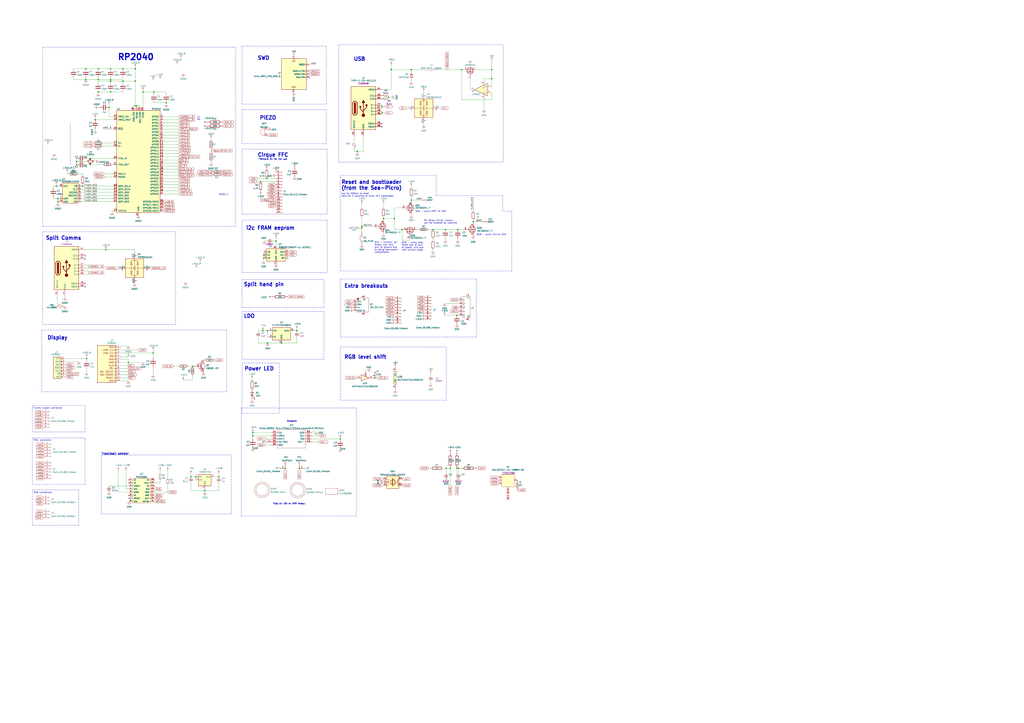
<source format=kicad_sch>
(kicad_sch (version 20211123) (generator eeschema)
  (paper "A1")
  (junction (at 71.12 294.64))
  (junction (at 100.965 66.675))
  (junction (at 403.86 64.77))
  (junction (at 330.2 188.595))
  (junction (at 388.62 182.245))
  (junction (at 243.84 271.78) (diameter 1.016))
  (junction (at 216.535 209.55))
  (junction (at 90.805 65.405))
  (junction (at 90.805 75.565))
  (junction (at 337.82 164.465))
  (junction (at 78.105 98.425))
  (junction (at 379.095 57.15))
  (junction (at 62.865 132.715))
  (junction (at 245.745 384.81))
  (junction (at 160.655 391.795))
  (junction (at 219.71 271.78) (diameter 1.016))
  (junction (at 74.295 135.255))
  (junction (at 111.125 86.995))
  (junction (at 90.805 66.675))
  (junction (at 216.535 212.09))
  (junction (at 207.645 355.6))
  (junction (at 179.705 391.795))
  (junction (at 293.37 124.46) (diameter 1.016))
  (junction (at 100.965 56.515))
  (junction (at 403.86 57.15))
  (junction (at 313.69 87.63))
  (junction (at 156.845 391.795))
  (junction (at 307.975 310.515))
  (junction (at 67.945 153.035))
  (junction (at 365.76 188.595))
  (junction (at 89.535 88.265))
  (junction (at 46.355 153.035))
  (junction (at 47.625 165.735))
  (junction (at 136.525 84.455))
  (junction (at 376.555 384.81))
  (junction (at 279.4 360.68))
  (junction (at 125.73 290.195))
  (junction (at 213.995 149.225))
  (junction (at 62.865 135.255))
  (junction (at 375.285 384.81))
  (junction (at 70.485 56.515))
  (junction (at 219.71 281.94) (diameter 1.016))
  (junction (at 366.395 384.81))
  (junction (at 70.485 65.405))
  (junction (at 80.645 75.565))
  (junction (at 207.645 358.14))
  (junction (at 80.645 65.405))
  (junction (at 297.18 187.325))
  (junction (at 323.85 179.705))
  (junction (at 369.697 384.81))
  (junction (at 321.31 57.15) (diameter 1.016))
  (junction (at 297.18 186.055))
  (junction (at 318.77 80.01))
  (junction (at 226.695 198.12))
  (junction (at 90.805 56.515))
  (junction (at 74.295 130.175))
  (junction (at 86.995 205.105))
  (junction (at 234.315 384.81))
  (junction (at 313.69 92.71))
  (junction (at 126.365 75.565))
  (junction (at 375.285 259.08))
  (junction (at 219.075 146.685))
  (junction (at 117.475 75.565))
  (junction (at 158.115 300.99))
  (junction (at 375.92 188.595))
  (junction (at 105.41 297.815))
  (junction (at 355.6 188.595))
  (junction (at 314.96 179.705))
  (junction (at 80.645 56.515))
  (junction (at 112.395 86.995))
  (junction (at 111.125 66.675))
  (junction (at 168.275 403.225))
  (junction (at 231.14 281.94) (diameter 1.016))
  (junction (at 111.125 56.515))
  (junction (at 47.625 163.195))
  (junction (at 215.9 271.78) (diameter 1.016))
  (junction (at 337.82 57.15) (diameter 1.016))
  (no_connect (at 69.85 210.185))
  (no_connect (at 69.85 233.045))
  (no_connect (at 254 63.5))
  (no_connect (at 69.85 212.725))
  (no_connect (at 313.69 104.14))
  (no_connect (at 313.69 101.6))
  (no_connect (at 106.045 409.575))
  (no_connect (at 69.85 235.585))
  (polyline (pts (xy 198.12 335.28) (xy 198.12 342.265)))
  (wire (pts (xy 133.985 95.885) (xy 146.685 95.885)))
  (wire (pts (xy 365.76 188.595) (xy 375.92 188.595)))
  (wire (pts (xy 67.945 142.875) (xy 67.945 144.145)))
  (wire (pts (xy 133.985 106.045) (xy 146.685 106.045)))
  (wire (pts (xy 133.985 146.685) (xy 146.685 146.685)))
  (wire (pts (xy 212.09 271.78) (xy 215.9 271.78)))
  (polyline (pts (xy 279.4 145.415) (xy 279.4 222.885)))
  (polyline (pts (xy 34.925 193.04) (xy 34.925 266.7)))
  (wire (pts (xy 173.355 113.665) (xy 173.355 114.935)))
  (polyline (pts (xy 267.97 118.11) (xy 198.755 118.11)))
  (wire (pts (xy 324.485 320.675) (xy 324.485 319.405)))
  (wire (pts (xy 369.697 398.272) (xy 369.697 384.81)))
  (polyline (pts (xy 420.37 222.885) (xy 420.37 173.355)))
  (polyline (pts (xy 267.97 90.17) (xy 267.97 118.11)))
  (wire (pts (xy 46.355 153.035) (xy 43.815 153.035)))
  (wire (pts (xy 89.535 88.265) (xy 89.535 95.885)))
  (wire (pts (xy 290.83 121.92) (xy 290.83 124.46)))
  (wire (pts (xy 90.805 66.675) (xy 100.965 66.675)))
  (wire (pts (xy 43.815 161.925) (xy 43.815 163.195)))
  (polyline (pts (xy 198.755 240.03) (xy 198.755 252.73)))
  (polyline (pts (xy 391.16 229.235) (xy 391.16 230.505)))
  (wire (pts (xy 173.355 132.715) (xy 173.355 133.985)))
  (wire (pts (xy 386.08 64.77) (xy 386.08 73.66)))
  (wire (pts (xy 293.37 124.46) (xy 298.45 124.46)))
  (polyline (pts (xy 26.67 402.59) (xy 26.67 431.8)))
  (wire (pts (xy 125.73 290.195) (xy 125.73 294.005)))
  (wire (pts (xy 175.895 391.795) (xy 179.705 391.795)))
  (wire (pts (xy 376.555 384.81) (xy 376.555 389.382)))
  (wire (pts (xy 323.85 170.815) (xy 323.85 179.705)))
  (wire (pts (xy 55.245 141.605) (xy 55.245 142.875)))
  (wire (pts (xy 99.06 292.735) (xy 99.06 293.37)))
  (polyline (pts (xy 279.4 144.145) (xy 279.4 145.415)))
  (wire (pts (xy 80.645 64.135) (xy 80.645 65.405)))
  (wire (pts (xy 60.325 64.135) (xy 60.325 65.405)))
  (wire (pts (xy 321.31 57.15) (xy 321.31 73.66)))
  (wire (pts (xy 90.805 56.515) (xy 100.965 56.515)))
  (wire (pts (xy 99.06 284.48) (xy 105.41 284.48)))
  (polyline (pts (xy 186.055 321.945) (xy 34.29 321.945)))
  (polyline (pts (xy 69.85 360.045) (xy 69.85 398.145)))
  (wire (pts (xy 99.06 313.055) (xy 105.41 313.055)))
  (wire (pts (xy 126.365 75.565) (xy 117.475 75.565)))
  (polyline (pts (xy 292.735 424.18) (xy 292.735 335.28)))
  (wire (pts (xy 126.365 404.495) (xy 137.795 404.495)))
  (wire (pts (xy 114.935 86.995) (xy 112.395 86.995)))
  (wire (pts (xy 72.39 220.345) (xy 69.85 220.345)))
  (wire (pts (xy 136.525 84.455) (xy 136.525 85.725)))
  (wire (pts (xy 111.125 55.245) (xy 111.125 56.515)))
  (polyline (pts (xy 266.065 252.73) (xy 266.065 238.76)))
  (wire (pts (xy 80.645 67.945) (xy 80.645 66.675)))
  (wire (pts (xy 336.55 197.485) (xy 330.2 197.485)))
  (wire (pts (xy 255.905 358.14) (xy 261.62 358.14)))
  (wire (pts (xy 69.85 217.805) (xy 72.39 217.805)))
  (wire (pts (xy 99.06 287.655) (xy 113.03 287.655)))
  (polyline (pts (xy 34.925 266.7) (xy 144.145 266.7)))
  (wire (pts (xy 70.485 65.405) (xy 80.645 65.405)))
  (polyline (pts (xy 187.325 186.055) (xy 193.675 186.055)))
  (wire (pts (xy 245.745 384.81) (xy 245.745 386.08)))
  (wire (pts (xy 66.675 155.575) (xy 93.345 155.575)))
  (wire (pts (xy 290.83 124.46) (xy 293.37 124.46)))
  (wire (pts (xy 80.645 88.265) (xy 81.915 88.265)))
  (wire (pts (xy 297.18 167.005) (xy 297.18 170.815)))
  (wire (pts (xy 126.365 75.565) (xy 136.525 75.565)))
  (polyline (pts (xy 57.785 136.525) (xy 57.785 136.525)))
  (wire (pts (xy 337.82 161.925) (xy 337.82 164.465)))
  (wire (pts (xy 92.075 135.255) (xy 93.345 135.255)))
  (wire (pts (xy 212.09 276.86) (xy 212.09 281.94)))
  (wire (pts (xy 351.79 188.595) (xy 355.6 188.595)))
  (wire (pts (xy 213.995 149.225) (xy 226.695 149.225)))
  (wire (pts (xy 226.695 195.58) (xy 226.695 198.12)))
  (wire (pts (xy 84.455 120.015) (xy 93.345 120.015)))
  (polyline (pts (xy 391.16 229.87) (xy 391.16 276.86)))
  (wire (pts (xy 179.705 389.255) (xy 179.705 391.795)))
  (wire (pts (xy 337.82 57.15) (xy 349.25 57.15)))
  (wire (pts (xy 126.365 396.875) (xy 131.445 396.875)))
  (wire (pts (xy 133.985 98.425) (xy 146.685 98.425)))
  (wire (pts (xy 297.18 186.055) (xy 297.18 187.325)))
  (wire (pts (xy 69.85 205.105) (xy 86.995 205.105)))
  (wire (pts (xy 403.86 76.2) (xy 403.86 81.915)))
  (wire (pts (xy 313.69 86.36) (xy 313.69 87.63)))
  (polyline (pts (xy 198.755 38.1) (xy 198.755 85.725)))
  (wire (pts (xy 330.2 188.595) (xy 323.85 188.595)))
  (wire (pts (xy 48.895 163.195) (xy 47.625 163.195)))
  (wire (pts (xy 341.63 188.595) (xy 344.17 188.595)))
  (wire (pts (xy 207.01 327.66) (xy 207.01 328.93)))
  (wire (pts (xy 365.76 196.215) (xy 365.76 197.485)))
  (wire (pts (xy 80.645 75.565) (xy 90.805 75.565)))
  (wire (pts (xy 70.485 130.175) (xy 74.295 130.175)))
  (wire (pts (xy 99.06 302.895) (xy 105.41 302.895)))
  (wire (pts (xy 366.395 389.382) (xy 366.395 384.81)))
  (wire (pts (xy 133.985 139.065) (xy 146.685 139.065)))
  (wire (pts (xy 300.355 304.165) (xy 300.355 305.435)))
  (wire (pts (xy 219.71 281.94) (xy 231.14 281.94)))
  (wire (pts (xy 76.835 132.715) (xy 78.105 132.715)))
  (wire (pts (xy 46.355 153.035) (xy 48.895 153.035)))
  (wire (pts (xy 80.645 75.565) (xy 80.645 76.835)))
  (wire (pts (xy 133.985 156.845) (xy 146.685 156.845)))
  (polyline (pts (xy 57.785 135.255) (xy 57.785 100.965)))
  (wire (pts (xy 254 53.34) (xy 255.27 53.34)))
  (wire (pts (xy 99.06 300.355) (xy 105.41 300.355)))
  (polyline (pts (xy 34.29 271.145) (xy 186.055 271.145)))
  (wire (pts (xy 133.985 116.205) (xy 146.685 116.205)))
  (wire (pts (xy 219.075 360.68) (xy 222.885 360.68)))
  (wire (pts (xy 133.985 123.825) (xy 146.685 123.825)))
  (wire (pts (xy 133.985 113.665) (xy 146.685 113.665)))
  (wire (pts (xy 243.84 281.94) (xy 231.14 281.94)))
  (polyline (pts (xy 412.75 173.355) (xy 412.75 160.655)))
  (wire (pts (xy 360.68 88.9) (xy 361.95 88.9)))
  (wire (pts (xy 133.985 151.765) (xy 146.685 151.765)))
  (polyline (pts (xy 420.37 173.355) (xy 412.75 173.355)))
  (polyline (pts (xy 266.065 255.905) (xy 266.065 295.275)))
  (wire (pts (xy 279.4 360.68) (xy 279.4 361.315)))
  (wire (pts (xy 314.96 179.705) (xy 314.96 180.975)))
  (wire (pts (xy 255.905 354.965) (xy 259.715 354.965)))
  (wire (pts (xy 318.77 81.28) (xy 318.77 80.01)))
  (wire (pts (xy 100.965 66.675) (xy 111.125 66.675)))
  (wire (pts (xy 80.645 56.515) (xy 90.805 56.515)))
  (polyline (pts (xy 69.85 354.965) (xy 26.67 354.965)))
  (wire (pts (xy 207.645 355.6) (xy 222.885 355.6)))
  (wire (pts (xy 90.805 75.565) (xy 100.965 75.565)))
  (wire (pts (xy 313.69 91.44) (xy 313.69 92.71)))
  (wire (pts (xy 156.845 391.795) (xy 160.655 391.795)))
  (wire (pts (xy 318.77 80.01) (xy 321.31 80.01)))
  (wire (pts (xy 168.275 403.225) (xy 168.275 404.495)))
  (wire (pts (xy 71.755 132.715) (xy 62.865 132.715)))
  (wire (pts (xy 70.485 64.135) (xy 70.485 65.405)))
  (wire (pts (xy 279.4 360.045) (xy 279.4 360.68)))
  (polyline (pts (xy 366.395 285.115) (xy 366.395 328.93)))
  (wire (pts (xy 74.295 130.175) (xy 93.345 130.175)))
  (wire (pts (xy 243.84 270.51) (xy 243.84 271.78)))
  (wire (pts (xy 243.84 271.78) (xy 243.84 273.05)))
  (wire (pts (xy 179.705 396.875) (xy 179.705 403.225)))
  (wire (pts (xy 117.475 75.565) (xy 117.475 88.265)))
  (wire (pts (xy 133.985 108.585) (xy 146.685 108.585)))
  (wire (pts (xy 89.535 399.415) (xy 106.045 399.415)))
  (polyline (pts (xy 34.925 186.055) (xy 34.925 38.735)))
  (polyline (pts (xy 198.755 85.725) (xy 267.97 85.725)))
  (polyline (pts (xy 198.755 238.76) (xy 198.755 240.03)))
  (wire (pts (xy 366.395 384.81) (xy 369.697 384.81)))
  (wire (pts (xy 347.98 101.6) (xy 347.98 102.87)))
  (wire (pts (xy 125.73 301.625) (xy 125.73 307.975)))
  (wire (pts (xy 216.535 207.01) (xy 216.535 209.55)))
  (wire (pts (xy 314.96 178.435) (xy 314.96 179.705)))
  (polyline (pts (xy 64.77 402.59) (xy 64.77 431.8)))
  (wire (pts (xy 99.06 295.275) (xy 105.41 295.275)))
  (wire (pts (xy 47.625 165.735) (xy 47.625 167.005)))
  (wire (pts (xy 353.695 306.705) (xy 353.695 309.245)))
  (polyline (pts (xy 198.755 180.975) (xy 268.605 180.975)))
  (wire (pts (xy 365.125 259.08) (xy 375.285 259.08)))
  (wire (pts (xy 133.985 149.225) (xy 146.685 149.225)))
  (wire (pts (xy 78.105 106.045) (xy 78.105 107.315)))
  (wire (pts (xy 84.455 117.475) (xy 93.345 117.475)))
  (wire (pts (xy 85.725 142.875) (xy 93.345 142.875)))
  (wire (pts (xy 133.985 154.305) (xy 146.685 154.305)))
  (wire (pts (xy 66.675 158.115) (xy 93.345 158.115)))
  (wire (pts (xy 323.85 188.595) (xy 323.85 179.705)))
  (wire (pts (xy 133.985 126.365) (xy 146.685 126.365)))
  (wire (pts (xy 126.365 84.455) (xy 136.525 84.455)))
  (polyline (pts (xy 83.185 374.015) (xy 189.865 374.015)))
  (wire (pts (xy 109.855 86.995) (xy 109.855 88.265)))
  (polyline (pts (xy 198.755 122.555) (xy 268.605 122.555)))
  (polyline (pts (xy 413.385 133.35) (xy 413.385 36.83)))
  (wire (pts (xy 71.12 293.37) (xy 71.12 294.64)))
  (wire (pts (xy 90.805 65.405) (xy 100.965 65.405)))
  (wire (pts (xy 125.73 287.655) (xy 125.73 290.195)))
  (wire (pts (xy 226.695 198.12) (xy 226.695 201.93)))
  (wire (pts (xy 90.805 66.675) (xy 90.805 67.945)))
  (wire (pts (xy 307.975 310.515) (xy 309.245 310.515)))
  (wire (pts (xy 80.645 65.405) (xy 90.805 65.405)))
  (wire (pts (xy 207.645 355.6) (xy 207.645 358.14)))
  (polyline (pts (xy 268.605 122.555) (xy 268.605 175.895)))
  (wire (pts (xy 330.2 188.595) (xy 331.47 188.595)))
  (wire (pts (xy 336.55 196.215) (xy 336.55 197.485)))
  (wire (pts (xy 318.77 78.74) (xy 318.77 80.01)))
  (wire (pts (xy 43.815 153.035) (xy 43.815 154.305)))
  (wire (pts (xy 70.485 135.255) (xy 74.295 135.255)))
  (wire (pts (xy 337.82 175.895) (xy 337.82 177.165)))
  (wire (pts (xy 66.675 165.735) (xy 93.345 165.735)))
  (wire (pts (xy 255.905 355.6) (xy 255.905 354.965)))
  (wire (pts (xy 47.625 163.195) (xy 47.625 165.735)))
  (polyline (pts (xy 279.4 328.93) (xy 279.4 285.115)))
  (wire (pts (xy 47.625 165.735) (xy 48.895 165.735)))
  (polyline (pts (xy 366.395 229.235) (xy 391.16 229.235)))
  (wire (pts (xy 255.905 360.68) (xy 279.4 360.68)))
  (wire (pts (xy 403.86 64.77) (xy 403.86 57.15)))
  (wire (pts (xy 137.795 386.715) (xy 137.795 393.065)))
  (wire (pts (xy 307.975 310.515) (xy 306.705 310.515)))
  (wire (pts (xy 131.445 396.875) (xy 131.445 394.335)))
  (wire (pts (xy 323.85 170.815) (xy 330.2 170.815)))
  (polyline (pts (xy 26.67 333.375) (xy 26.67 354.965)))
  (polyline (pts (xy 34.925 190.5) (xy 34.925 193.04)))
  (wire (pts (xy 397.51 66.04) (xy 397.51 64.77)))
  (polyline (pts (xy 34.925 38.735) (xy 193.675 38.735)))
  (polyline (pts (xy 34.29 271.145) (xy 34.29 321.945)))
  (wire (pts (xy 379.095 57.15) (xy 379.095 81.915)))
  (polyline (pts (xy 279.4 222.885) (xy 420.37 222.885)))
  (wire (pts (xy 62.865 130.175) (xy 62.865 132.715)))
  (wire (pts (xy 154.305 300.99) (xy 158.115 300.99)))
  (wire (pts (xy 89.535 85.725) (xy 89.535 88.265)))
  (wire (pts (xy 355.6 205.105) (xy 355.6 206.375)))
  (wire (pts (xy 337.82 58.42) (xy 337.82 57.15)))
  (wire (pts (xy 347.98 74.93) (xy 347.98 76.2)))
  (wire (pts (xy 298.45 111.76) (xy 298.45 124.46)))
  (polyline (pts (xy 366.395 276.86) (xy 279.4 276.86)))
  (wire (pts (xy 388.62 161.925) (xy 388.62 173.355)))
  (polyline (pts (xy 186.055 271.145) (xy 186.055 321.945)))
  (wire (pts (xy 62.865 136.525) (xy 62.865 135.255)))
  (wire (pts (xy 397.51 81.28) (xy 397.51 90.17)))
  (wire (pts (xy 301.625 304.165) (xy 300.355 304.165)))
  (polyline (pts (xy 198.755 175.895) (xy 198.755 123.19)))
  (wire (pts (xy 388.62 182.245) (xy 388.62 183.515)))
  (wire (pts (xy 80.645 66.675) (xy 90.805 66.675)))
  (wire (pts (xy 106.045 401.955) (xy 103.505 401.955)))
  (wire (pts (xy 62.865 132.715) (xy 62.865 135.255)))
  (polyline (pts (xy 26.67 360.045) (xy 69.85 360.045)))
  (wire (pts (xy 215.9 271.78) (xy 219.71 271.78)))
  (wire (pts (xy 100.965 64.135) (xy 100.965 65.405)))
  (wire (pts (xy 375.285 384.81) (xy 376.555 384.81)))
  (wire (pts (xy 234.315 383.54) (xy 234.315 384.81)))
  (wire (pts (xy 133.985 141.605) (xy 146.685 141.605)))
  (wire (pts (xy 142.875 300.99) (xy 146.685 300.99)))
  (wire (pts (xy 126.365 76.835) (xy 126.365 75.565)))
  (wire (pts (xy 71.12 303.53) (xy 71.12 306.07)))
  (wire (pts (xy 403.86 64.77) (xy 403.86 71.12)))
  (wire (pts (xy 379.095 57.15) (xy 381 57.15)))
  (wire (pts (xy 219.075 146.685) (xy 211.455 146.685)))
  (wire (pts (xy 137.795 398.145) (xy 137.795 404.495)))
  (wire (pts (xy 365.125 384.81) (xy 366.395 384.81)))
  (wire (pts (xy 313.69 92.71) (xy 313.69 93.98)))
  (wire (pts (xy 217.805 365.76) (xy 222.885 365.76)))
  (wire (pts (xy 100.965 67.945) (xy 100.965 66.675)))
  (polyline (pts (xy 189.865 422.275) (xy 189.865 374.015)))
  (polyline (pts (xy 69.85 398.145) (xy 26.67 398.145)))
  (wire (pts (xy 92.075 173.355) (xy 92.075 174.625)))
  (polyline (pts (xy 229.235 298.45) (xy 229.235 339.725)))
  (polyline (pts (xy 198.755 252.73) (xy 266.065 252.73)))
  (wire (pts (xy 219.71 271.78) (xy 220.98 271.78)))
  (polyline (pts (xy 279.4 276.86) (xy 279.4 229.235)))
  (wire (pts (xy 67.945 153.035) (xy 93.345 153.035)))
  (wire (pts (xy 212.09 273.05) (xy 212.09 271.78)))
  (wire (pts (xy 133.985 133.985) (xy 146.685 133.985)))
  (wire (pts (xy 245.745 383.54) (xy 245.745 384.81)))
  (wire (pts (xy 334.01 88.9) (xy 335.28 88.9)))
  (wire (pts (xy 99.06 285.115) (xy 99.06 284.48)))
  (wire (pts (xy 100.965 56.515) (xy 111.125 56.515)))
  (polyline (pts (xy 279.4 285.115) (xy 366.395 285.115)))
  (wire (pts (xy 52.07 251.46) (xy 53.34 251.46)))
  (wire (pts (xy 355.6 196.215) (xy 355.6 197.485)))
  (polyline (pts (xy 358.14 160.655) (xy 358.14 144.145)))
  (wire (pts (xy 223.52 198.12) (xy 226.695 198.12)))
  (polyline (pts (xy 268.605 180.975) (xy 268.605 224.155)))
  (wire (pts (xy 66.675 163.195) (xy 93.345 163.195)))
  (polyline (pts (xy 278.13 36.83) (xy 278.13 133.35)))
  (polyline (pts (xy 26.67 333.375) (xy 69.85 333.375)))
  (wire (pts (xy 103.505 401.955) (xy 103.505 386.715)))
  (wire (pts (xy 167.005 295.91) (xy 168.275 295.91)))
  (wire (pts (xy 337.82 57.15) (xy 321.31 57.15)))
  (wire (pts (xy 72.39 225.425) (xy 69.85 225.425)))
  (wire (pts (xy 207.01 312.42) (xy 207.01 311.15)))
  (polyline (pts (xy 278.13 133.35) (xy 284.48 133.35)))
  (polyline (pts (xy 267.97 85.725) (xy 267.97 38.1)))
  (wire (pts (xy 156.845 403.225) (xy 168.275 403.225)))
  (polyline (pts (xy 279.4 229.235) (xy 366.395 229.235)))
  (wire (pts (xy 355.6 188.595) (xy 365.76 188.595)))
  (wire (pts (xy 216.535 212.09) (xy 216.535 214.63)))
  (wire (pts (xy 133.985 100.965) (xy 146.685 100.965)))
  (polyline (pts (xy 193.675 38.735) (xy 193.675 186.055)))
  (wire (pts (xy 403.86 49.53) (xy 403.86 57.15)))
  (wire (pts (xy 43.815 163.195) (xy 47.625 163.195)))
  (wire (pts (xy 179.705 403.225) (xy 168.275 403.225)))
  (wire (pts (xy 133.985 121.285) (xy 146.685 121.285)))
  (wire (pts (xy 117.475 74.295) (xy 117.475 75.565)))
  (wire (pts (xy 216.535 209.55) (xy 216.535 212.09)))
  (wire (pts (xy 375.285 259.08) (xy 377.19 259.08)))
  (polyline (pts (xy 64.77 431.8) (xy 26.67 431.8)))
  (wire (pts (xy 379.095 81.915) (xy 403.86 81.915)))
  (polyline (pts (xy 266.065 229.87) (xy 198.755 229.87)))
  (wire (pts (xy 93.345 106.045) (xy 84.455 106.045)))
  (wire (pts (xy 234.315 384.81) (xy 234.315 386.08)))
  (wire (pts (xy 313.69 73.66) (xy 321.31 73.66)))
  (wire (pts (xy 111.125 56.515) (xy 111.125 66.675)))
  (wire (pts (xy 106.045 404.495) (xy 97.155 404.495)))
  (wire (pts (xy 330.2 197.485) (xy 330.2 188.595)))
  (wire (pts (xy 112.395 86.995) (xy 112.395 88.265)))
  (wire (pts (xy 110.49 207.645) (xy 110.49 205.105)))
  (wire (pts (xy 403.86 71.12) (xy 402.59 71.12)))
  (wire (pts (xy 217.17 198.12) (xy 219.71 198.12)))
  (polyline (pts (xy 187.325 186.055) (xy 34.925 186.055)))
  (polyline (pts (xy 412.75 36.83) (xy 278.13 36.83)))
  (wire (pts (xy 150.495 312.42) (xy 158.115 312.42)))
  (wire (pts (xy 112.395 86.995) (xy 111.125 86.995)))
  (wire (pts (xy 111.125 66.675) (xy 111.125 86.995)))
  (wire (pts (xy 46.99 243.205) (xy 46.99 251.46)))
  (polyline (pts (xy 198.755 339.725) (xy 198.755 298.45)))
  (wire (pts (xy 99.06 307.975) (xy 105.41 307.975)))
  (wire (pts (xy 241.3 271.78) (xy 243.84 271.78)))
  (wire (pts (xy 114.935 88.265) (xy 114.935 86.995)))
  (wire (pts (xy 72.39 217.805) (xy 72.39 220.345)))
  (polyline (pts (xy 412.75 160.655) (xy 358.14 160.655)))
  (wire (pts (xy 290.83 111.76) (xy 290.83 116.84)))
  (wire (pts (xy 168.275 401.955) (xy 168.275 403.225)))
  (wire (pts (xy 99.06 310.515) (xy 105.41 310.515)))
  (polyline (pts (xy 266.065 238.76) (xy 266.065 229.87)))
  (polyline (pts (xy 267.97 38.1) (xy 198.12 38.1)))
  (wire (pts (xy 133.985 159.385) (xy 146.685 159.385)))
  (wire (pts (xy 386.08 73.66) (xy 387.35 73.66)))
  (wire (pts (xy 337.82 164.465) (xy 346.71 164.465)))
  (wire (pts (xy 66.675 160.655) (xy 93.345 160.655)))
  (wire (pts (xy 337.82 153.035) (xy 337.82 154.305)))
  (wire (pts (xy 313.69 87.63) (xy 313.69 88.9)))
  (wire (pts (xy 293.37 124.46) (xy 293.37 125.73)))
  (wire (pts (xy 97.155 404.495) (xy 97.155 386.715)))
  (wire (pts (xy 226.695 146.685) (xy 219.075 146.685)))
  (wire (pts (xy 60.325 65.405) (xy 70.485 65.405)))
  (wire (pts (xy 207.645 358.14) (xy 222.885 358.14)))
  (wire (pts (xy 60.325 136.525) (xy 62.865 136.525)))
  (wire (pts (xy 375.92 196.215) (xy 375.92 197.485)))
  (polyline (pts (xy 366.395 328.93) (xy 279.4 328.93)))
  (wire (pts (xy 90.805 64.135) (xy 90.805 65.405)))
  (wire (pts (xy 158.115 300.99) (xy 159.385 300.99)))
  (wire (pts (xy 53.975 294.64) (xy 71.12 294.64)))
  (wire (pts (xy 158.115 308.61) (xy 158.115 312.42)))
  (wire (pts (xy 67.945 151.765) (xy 67.945 153.035)))
  (wire (pts (xy 359.41 57.15) (xy 379.095 57.15)))
  (polyline (pts (xy 229.235 339.725) (xy 198.755 339.725)))
  (polyline (pts (xy 26.67 402.59) (xy 64.77 402.59)))
  (wire (pts (xy 72.39 222.885) (xy 72.39 225.425)))
  (wire (pts (xy 133.985 131.445) (xy 146.685 131.445)))
  (polyline (pts (xy 284.48 133.35) (xy 412.75 133.35)))
  (wire (pts (xy 314.96 167.005) (xy 314.96 170.815)))
  (polyline (pts (xy 358.14 144.145) (xy 279.4 144.145)))
  (polyline (pts (xy 198.755 90.17) (xy 267.97 90.17)))
  (wire (pts (xy 173.355 122.555) (xy 173.355 125.095)))
  (wire (pts (xy 53.34 243.205) (xy 53.34 244.475)))
  (wire (pts (xy 388.62 180.975) (xy 388.62 182.245)))
  (polyline (pts (xy 144.145 190.5) (xy 34.925 190.5)))
  (polyline (pts (xy 268.605 175.895) (xy 198.755 175.895)))
  (polyline (pts (xy 69.85 333.375) (xy 69.85 354.965)))
  (wire (pts (xy 133.985 103.505) (xy 146.685 103.505)))
  (wire (pts (xy 212.09 281.94) (xy 219.71 281.94)))
  (wire (pts (xy 337.82 66.04) (xy 337.82 67.31)))
  (wire (pts (xy 297.18 178.435) (xy 297.18 186.055)))
  (wire (pts (xy 78.105 97.155) (xy 78.105 98.425)))
  (wire (pts (xy 99.06 305.435) (xy 105.41 305.435)))
  (wire (pts (xy 99.06 290.195) (xy 125.73 290.195)))
  (wire (pts (xy 86.995 205.105) (xy 110.49 205.105)))
  (wire (pts (xy 402.59 76.2) (xy 403.86 76.2)))
  (polyline (pts (xy 268.605 224.155) (xy 198.755 224.155)))
  (polyline (pts (xy 266.065 295.275) (xy 198.755 295.275)))
  (wire (pts (xy 93.345 98.425) (xy 78.105 98.425)))
  (wire (pts (xy 55.245 142.875) (xy 56.515 142.875)))
  (wire (pts (xy 219.71 276.86) (xy 220.98 276.86)))
  (polyline (pts (xy 144.145 266.7) (xy 144.145 190.5)))
  (wire (pts (xy 388.62 182.245) (xy 396.24 182.245)))
  (wire (pts (xy 313.69 87.63) (xy 316.23 87.63)))
  (wire (pts (xy 321.31 53.34) (xy 321.31 57.15)))
  (wire (pts (xy 99.06 293.37) (xy 105.41 293.37)))
  (wire (pts (xy 354.33 97.79) (xy 355.6 97.79)))
  (wire (pts (xy 105.41 295.275) (xy 105.41 297.815)))
  (wire (pts (xy 156.845 389.255) (xy 156.845 391.795)))
  (wire (pts (xy 375.285 384.81) (xy 375.285 398.272)))
  (wire (pts (xy 136.525 75.565) (xy 136.525 76.835)))
  (wire (pts (xy 70.485 56.515) (xy 80.645 56.515)))
  (wire (pts (xy 314.96 191.135) (xy 314.96 192.405)))
  (wire (pts (xy 323.85 179.705) (xy 314.96 179.705)))
  (wire (pts (xy 391.16 57.15) (xy 403.86 57.15)))
  (wire (pts (xy 297.18 187.325) (xy 297.18 191.135)))
  (wire (pts (xy 219.71 271.78) (xy 219.71 276.86)))
  (wire (pts (xy 131.445 389.255) (xy 131.445 386.715)))
  (wire (pts (xy 160.655 394.335) (xy 160.655 391.795)))
  (wire (pts (xy 297.18 186.055) (xy 307.34 186.055)))
  (polyline (pts (xy 198.755 224.155) (xy 198.755 180.975)))
  (polyline (pts (xy 198.755 255.905) (xy 266.065 255.905)))
  (polyline (pts (xy 198.755 118.11) (xy 198.755 90.17)))
  (wire (pts (xy 313.69 92.71) (xy 316.23 92.71)))
  (polyline (pts (xy 198.755 295.275) (xy 198.755 255.905)))
  (wire (pts (xy 375.92 188.595) (xy 381 188.595)))
  (wire (pts (xy 111.125 86.995) (xy 109.855 86.995)))
  (wire (pts (xy 255.905 363.22) (xy 261.62 363.22)))
  (wire (pts (xy 207.645 358.14) (xy 207.645 360.68)))
  (wire (pts (xy 243.84 276.86) (xy 243.84 281.94)))
  (polyline (pts (xy 83.185 422.275) (xy 189.865 422.275)))
  (wire (pts (xy 74.295 135.255) (xy 84.455 135.255)))
  (wire (pts (xy 337.82 164.465) (xy 337.82 165.735)))
  (wire (pts (xy 353.695 313.055) (xy 353.695 315.595)))
  (wire (pts (xy 211.455 149.225) (xy 213.995 149.225)))
  (polyline (pts (xy 26.67 360.045) (xy 26.67 398.145)))
  (polyline (pts (xy 198.755 229.87) (xy 198.755 238.76)))
  (polyline (pts (xy 198.755 298.45) (xy 229.235 298.45)))
  (wire (pts (xy 69.85 222.885) (xy 72.39 222.885)))
  (wire (pts (xy 133.985 144.145) (xy 146.685 144.145)))
  (wire (pts (xy 93.345 173.355) (xy 92.075 173.355)))
  (wire (pts (xy 376.555 384.81) (xy 378.587 384.81)))
  (wire (pts (xy 53.975 297.18) (xy 64.77 297.18)))
  (wire (pts (xy 71.12 294.64) (xy 71.12 295.91)))
  (polyline (pts (xy 198.12 342.265) (xy 198.12 424.18)))
  (wire (pts (xy 365.125 249.555) (xy 377.19 249.555)))
  (wire (pts (xy 156.845 396.875) (xy 156.845 403.225)))
  (wire (pts (xy 93.345 95.885) (xy 89.535 95.885)))
  (polyline (pts (xy 292.735 335.28) (xy 198.12 335.28)))
  (wire (pts (xy 85.725 145.415) (xy 93.345 145.415)))
  (polyline (pts (xy 391.16 276.86) (xy 366.395 276.86)))
  (wire (pts (xy 64.135 142.875) (xy 67.945 142.875)))
  (polyline (pts (xy 198.12 424.18) (xy 292.735 424.18)))
  (polyline (pts (xy 83.185 374.015) (xy 83.185 422.275)))
  (wire (pts (xy 397.51 64.77) (xy 403.86 64.77)))
  (wire (pts (xy 105.41 297.815) (xy 117.475 297.815)))
  (wire (pts (xy 133.985 136.525) (xy 146.685 136.525)))
  (wire (pts (xy 133.985 128.905) (xy 146.685 128.905)))
  (wire (pts (xy 46.355 151.765) (xy 46.355 153.035)))
  (wire (pts (xy 133.985 111.125) (xy 146.685 111.125)))
  (wire (pts (xy 133.985 118.745) (xy 146.685 118.745)))
  (wire (pts (xy 66.675 153.035) (xy 67.945 153.035)))
  (wire (pts (xy 99.06 297.815) (xy 105.41 297.815)))
  (wire (pts (xy 60.325 56.515) (xy 70.485 56.515)))
  (text "Split hand pin" (at 200.025 235.585 0) (effects (font (size 3 3) bold) (justify left bottom)))
  (text "Reset and bootloader\n(from the Sea-Picro)" (at 280.162 156.337 0) (effects (font (size 3 3) bold) (justify left bottom)))
  (text "Extra breakouts" (at 282.575 236.855 0) (effects (font (size 3 3) bold) (justify left bottom)))
  (text "SWD\n" (at 211.455 49.53 0) (effects (font (size 3 3) bold) (justify left bottom)))
  (text "RC Delay circuit, values\ncan be tweaked as required" (at 348.234 184.023 0) (effects (font (size 1.27 1.27)) (justify left bottom)))
  (text "RP2040" (at 96.393 49.911 0) (effects (font (size 5 5) (thickness 1) bold) (justify left bottom)))
  (text "USB" (at 290.322 50.292 0) (effects (font (size 3 3) bold) (justify left bottom)))
  (text "*Remove R1 for i2c use" (at 212.217 131.699 0) (effects (font (size 1.27 1.27) bold) (justify left bottom)))
  (text "PIEZO\n" (at 213.106 98.679 0) (effects (font (size 3 3) (thickness 0.6) bold) (justify left bottom)))
  (text "Onboard" (at 235.585 346.964 0) (effects (font (size 1.27 1.27) bold) (justify left bottom)))
  (text "*Add an LRA or ERM motor." (at 223.901 414.782 0) (effects (font (size 1.27 1.27) bold) (justify left bottom)))
  (text "RGB connectors" (at 42.926 405.638 180) (effects (font (size 1.27 1.27)) (justify right bottom)))
  (text "Q2B - pulls nCS to GND" (at 391.414 193.548 0) (effects (font (size 1.27 1.27)) (justify left bottom)))
  (text "i2c FRAM eeprom" (at 201.93 189.23 0) (effects (font (size 3 3) bold) (justify left bottom)))
  (text "PWM3 A" (at 179.705 160.655 0) (effects (font (size 1.27 1.27)) (justify left bottom)))
  (text "Trackball sensor" (at 83.185 374.015 0) (effects (font (size 1.778 1.778) (thickness 0.3556) bold) (justify left bottom)))
  (text "MCU connector" (at 42.164 362.585 180) (effects (font (size 1.27 1.27)) (justify right bottom)))
  (text "Power LED" (at 200.66 304.8 0) (effects (font (size 3 3) bold) (justify left bottom)))
  (text "Cirque FFC" (at 211.455 129.159 0) (effects (font (size 3 3) (thickness 0.6) bold) (justify left bottom)))
  (text "Tap for 500ms to reset\nHold for 2 seconds to enter UF2 bootloader" (at 280.162 161.925 0) (effects (font (size 1.27 1.27)) (justify left bottom)))
  (text "Thumb cluster connector" (at 51.308 336.169 180) (effects (font (size 1.27 1.27)) (justify right bottom)))
  (text "LDO\n" (at 200.025 261.62 0) (effects (font (size 3 3) bold) (justify left bottom)))
  (text "Q2A - pulls nRST to GND" (at 341.249 174.498 0) (effects (font (size 1.27 1.27)) (justify left bottom)))
  (text "Q1A - inverter, as \nbutton can only \npull to ground due\nto being backwards\ncompatiable" (at 307.594 208.153 0) (effects (font (size 1.27 1.27)) (justify left bottom)))
  (text "Display" (at 38.735 279.4 0) (effects (font (size 3 3) bold) (justify left bottom)))
  (text "RX\n" (at 161.925 99.06 0) (effects (font (size 1.27 1.27)) (justify left bottom)))
  (text "Q1B - using body \ndiode due to lack\nof space. Can sub\nwith normal diode" (at 329.819 206.248 0) (effects (font (size 1.27 1.27)) (justify left bottom)))
  (text "TX\n" (at 161.925 97.155 0) (effects (font (size 1.27 1.27)) (justify left bottom)))
  (text "RGB level shift" (at 282.575 295.275 0) (effects (font (size 3 3) bold) (justify left bottom)))
  (text "Split Comms" (at 37.465 197.485 0) (effects (font (size 3 3) bold) (justify left bottom)))
  (label "FLASH_SD2" (at 69.215 163.195 0))
  (label "nRST" (at 255.27 53.34 0))
  (label "FLASH_SD3" (at 69.215 165.735 0))
  (label "BOOT" (at 396.24 182.245 180))
  (label "nRST" (at 346.71 164.465 180))
  (label "nRST_R" (at 84.455 106.045 0))
  (label "FLASH_SD1" (at 69.215 160.655 0))
  (label "FLASH_nCS" (at 69.215 153.035 0))
  (label "FLASH_SD0" (at 69.215 158.115 0))
  (label "FLASH_SCK" (at 69.215 155.575 0))
  (label "SWITCH" (at 298.45 186.055 0))
  (label "FLASH_nCS" (at 388.62 161.925 270))
  (global_label "ENCB1" (shape input) (at 369.697 398.272 270) (property "Intersheet References" "${INTERSHEET_REFS}" (effects hide)))
  (global_label "COMMS+_R" (shape input) (at 72.39 224.155 0) (property "Intersheet References" "${INTERSHEET_REFS}" (effects hide)))
  (global_label "GP5" (shape input) (at 349.25 244.475 180) (property "Intersheet References" "${INTERSHEET_REFS}" (effects hide)))
  (global_label "ENCB1" (shape input) (at 314.96 398.78 180) (property "Intersheet References" "${INTERSHEET_REFS}" (effects hide)))
  (global_label "COMMS-" (shape input) (at 97.79 220.345 180) (property "Intersheet References" "${INTERSHEET_REFS}" (effects hide)))
  (global_label "D-" (shape bidirectional) (at 334.01 88.9 180) (property "Intersheet References" "${INTERSHEET_REFS}" (effects hide)))
  (global_label "col2_R" (shape input) (at 146.685 113.665 0) (property "Intersheet References" "${INTERSHEET_REFS}" (effects hide)))
  (global_label "OLED_CS" (shape output) (at 105.41 302.895 0) (property "Intersheet References" "${INTERSHEET_REFS}" (effects hide)))
  (global_label "LCD_BL" (shape input) (at 142.875 300.99 180) (property "Intersheet References" "${INTERSHEET_REFS}" (effects hide)))
  (global_label "MOSI" (shape output) (at 105.41 307.975 0) (property "Intersheet References" "${INTERSHEET_REFS}" (effects hide)))
  (global_label "SCK" (shape input) (at 126.365 409.575 0) (property "Intersheet References" "${INTERSHEET_REFS}" (effects hide)))
  (global_label "COMMS-_R" (shape input) (at 146.685 95.885 0) (property "Intersheet References" "${INTERSHEET_REFS}" (effects hide)))
  (global_label "ENCA" (shape input) (at 391.287 384.81 0) (property "Intersheet References" "${INTERSHEET_REFS}" (effects hide)))
  (global_label "MOTION" (shape input) (at 126.365 412.115 0) (property "Intersheet References" "${INTERSHEET_REFS}" (effects hide)))
  (global_label "col1" (shape input) (at 330.2 393.7 0) (property "Intersheet References" "${INTERSHEET_REFS}" (effects hide)))
  (global_label "DC" (shape output) (at 105.41 300.355 0) (property "Intersheet References" "${INTERSHEET_REFS}" (effects hide)))
  (global_label "col6" (shape input) (at 36.83 390.525 180) (property "Intersheet References" "${INTERSHEET_REFS}" (effects hide)))
  (global_label "col6_R" (shape input) (at 133.985 165.735 0) (property "Intersheet References" "${INTERSHEET_REFS}" (effects hide)))
  (global_label "row5" (shape input) (at 330.2 398.78 0) (property "Intersheet References" "${INTERSHEET_REFS}" (effects hide)))
  (global_label "GP8" (shape input) (at 349.25 252.095 180) (property "Intersheet References" "${INTERSHEET_REFS}" (effects hide)))
  (global_label "row1" (shape input) (at 36.83 367.665 180) (property "Intersheet References" "${INTERSHEET_REFS}" (effects hide)))
  (global_label "COMMS-_R" (shape input) (at 72.39 219.075 0) (property "Intersheet References" "${INTERSHEET_REFS}" (effects hide)))
  (global_label "VBUS_FUSED" (shape input) (at 367.03 57.15 90) (property "Intersheet References" "${INTERSHEET_REFS}" (effects hide)))
  (global_label "SWDIO" (shape input) (at 85.725 145.415 180) (property "Intersheet References" "${INTERSHEET_REFS}" (effects hide)))
  (global_label "COMMS+_R" (shape input) (at 123.19 220.345 0) (property "Intersheet References" "${INTERSHEET_REFS}" (effects hide)))
  (global_label "row4" (shape input) (at 36.83 380.365 180) (property "Intersheet References" "${INTERSHEET_REFS}" (effects hide)))
  (global_label "COMMS+_R" (shape input) (at 146.685 98.425 0) (property "Intersheet References" "${INTERSHEET_REFS}" (effects hide)))
  (global_label "col3_R" (shape input) (at 146.685 108.585 0) (property "Intersheet References" "${INTERSHEET_REFS}" (effects hide)))
  (global_label "SCL" (shape bidirectional) (at 236.855 209.55 0) (property "Intersheet References" "${INTERSHEET_REFS}" (effects hide)))
  (global_label "DC" (shape input) (at 53.975 304.8 0) (property "Intersheet References" "${INTERSHEET_REFS}" (effects hide)))
  (global_label "ENCA1" (shape input) (at 375.285 398.272 270) (property "Intersheet References" "${INTERSHEET_REFS}" (effects hide)))
  (global_label "SCK_R" (shape output) (at 182.245 140.97 0) (property "Intersheet References" "${INTERSHEET_REFS}" (effects hide)))
  (global_label "MOSI_PIN_R" (shape output) (at 174.625 143.51 180) (property "Intersheet References" "${INTERSHEET_REFS}" (effects hide)))
  (global_label "LEDK" (shape input) (at 113.03 287.655 0) (property "Intersheet References" "${INTERSHEET_REFS}" (effects hide)))
  (global_label "SCK_PIN_R" (shape output) (at 146.685 141.605 0) (property "Intersheet References" "${INTERSHEET_REFS}" (effects hide)))
  (global_label "col1" (shape input) (at 36.83 372.745 180) (property "Intersheet References" "${INTERSHEET_REFS}" (effects hide)))
  (global_label "MISO_R" (shape input) (at 146.685 146.685 0) (property "Intersheet References" "${INTERSHEET_REFS}" (effects hide)))
  (global_label "Vcc" (shape input) (at 35.56 420.37 180) (property "Intersheet References" "${INTERSHEET_REFS}" (effects hide)))
  (global_label "col5_R" (shape input) (at 146.685 154.305 0) (property "Intersheet References" "${INTERSHEET_REFS}" (effects hide)))
  (global_label "Gnd" (shape input) (at 35.56 411.48 180) (property "Intersheet References" "${INTERSHEET_REFS}" (effects hide)))
  (global_label "ADC3" (shape input) (at 324.485 245.11 180) (property "Intersheet References" "${INTERSHEET_REFS}" (effects hide)))
  (global_label "col4_R" (shape input) (at 146.685 151.765 0) (property "Intersheet References" "${INTERSHEET_REFS}" (effects hide)))
  (global_label "ENCA1" (shape input) (at 314.96 393.7 180) (property "Intersheet References" "${INTERSHEET_REFS}" (effects hide)))
  (global_label "OLED_CS_R" (shape output) (at 146.685 139.065 0) (property "Intersheet References" "${INTERSHEET_REFS}" (effects hide)))
  (global_label "D-" (shape bidirectional) (at 316.23 87.63 0) (property "Intersheet References" "${INTERSHEET_REFS}" (effects hide)))
  (global_label "OLED_CS" (shape input) (at 53.975 307.34 0) (property "Intersheet References" "${INTERSHEET_REFS}" (effects hide)))
  (global_label "RST" (shape input) (at 53.975 309.88 0) (property "Intersheet References" "${INTERSHEET_REFS}" (effects hide)))
  (global_label "ENCB_R" (shape input) (at 146.685 123.825 0) (property "Intersheet References" "${INTERSHEET_REFS}" (effects hide)))
  (global_label "MISO" (shape output) (at 226.695 167.005 180) (property "Intersheet References" "${INTERSHEET_REFS}" (effects hide)))
  (global_label "ADC0" (shape input) (at 377.19 246.38 180) (property "Intersheet References" "${INTERSHEET_REFS}" (effects hide)))
  (global_label "col2" (shape input) (at 35.56 348.615 180) (property "Intersheet References" "${INTERSHEET_REFS}" (effects hide)))
  (global_label "SWCLK" (shape input) (at 254 58.42 0) (property "Intersheet References" "${INTERSHEET_REFS}" (effects hide)))
  (global_label "D+" (shape bidirectional) (at 361.95 88.9 0) (property "Intersheet References" "${INTERSHEET_REFS}" (effects hide)))
  (global_label "GP7" (shape input) (at 349.25 249.555 180) (property "Intersheet References" "${INTERSHEET_REFS}" (effects hide)))
  (global_label "Dout" (shape input) (at 35.56 425.45 180) (property "Intersheet References" "${INTERSHEET_REFS}" (effects hide)))
  (global_label "Din" (shape input) (at 35.56 414.02 180) (property "Intersheet References" "${INTERSHEET_REFS}" (effects hide)))
  (global_label "CIRQUE_CS" (shape input) (at 226.695 164.465 180) (property "Intersheet References" "${INTERSHEET_REFS}" (effects hide)))
  (global_label "MOSI" (shape input) (at 126.365 407.035 0) (property "Intersheet References" "${INTERSHEET_REFS}" (effects hide)))
  (global_label "SDA_R" (shape bidirectional) (at 182.88 100.33 0) (property "Intersheet References" "${INTERSHEET_REFS}" (effects hide)))
  (global_label "col5" (shape input) (at 36.83 387.985 180) (property "Intersheet References" "${INTERSHEET_REFS}" (effects hide)))
  (global_label "OUT+" (shape input) (at 245.745 386.08 270) (property "Intersheet References" "${INTERSHEET_REFS}" (effects hide)))
  (global_label "OUT-" (shape input) (at 261.62 363.22 0) (property "Intersheet References" "${INTERSHEET_REFS}" (effects hide)))
  (global_label "row2_R" (shape input) (at 146.685 118.745 0) (property "Intersheet References" "${INTERSHEET_REFS}" (effects hide)))
  (global_label "SPLIT_HAND" (shape input) (at 236.22 243.84 0) (property "Intersheet References" "${INTERSHEET_REFS}" (effects hide)))
  (global_label "SDA_R" (shape bidirectional) (at 146.685 100.965 0) (property "Intersheet References" "${INTERSHEET_REFS}" (effects hide)))
  (global_label "row2" (shape input) (at 36.83 375.285 180) (property "Intersheet References" "${INTERSHEET_REFS}" (effects hide)))
  (global_label "AUDIO_R" (shape input) (at 146.685 156.845 0) (property "Intersheet References" "${INTERSHEET_REFS}" (effects hide)))
  (global_label "RST_R" (shape output) (at 146.685 133.985 0) (property "Intersheet References" "${INTERSHEET_REFS}" (effects hide)))
  (global_label "col5" (shape input) (at 35.56 338.455 180) (property "Intersheet References" "${INTERSHEET_REFS}" (effects hide)))
  (global_label "OUT+" (shape input) (at 219.075 360.68 180) (property "Intersheet References" "${INTERSHEET_REFS}" (effects hide)))
  (global_label "LED_5v" (shape input) (at 309.245 310.515 0) (property "Intersheet References" "${INTERSHEET_REFS}" (effects hide)))
  (global_label "D+_R" (shape bidirectional) (at 76.835 117.475 180) (property "Intersheet References" "${INTERSHEET_REFS}" (effects hide)))
  (global_label "SCL_R" (shape bidirectional) (at 182.88 103.505 0) (property "Intersheet References" "${INTERSHEET_REFS}" (effects hide)))
  (global_label "col4" (shape input) (at 35.56 343.535 180) (property "Intersheet References" "${INTERSHEET_REFS}" (effects hide)))
  (global_label "row6" (shape input) (at 424.815 402.59 0) (property "Intersheet References" "${INTERSHEET_REFS}" (effects hide)))
  (global_label "ENCA_R" (shape input) (at 146.685 121.285 0) (property "Intersheet References" "${INTERSHEET_REFS}" (effects hide)))
  (global_label "col6" (shape input) (at 35.56 340.995 180) (property "Intersheet References" "${INTERSHEET_REFS}" (effects hide)))
  (global_label "col2" (shape input) (at 409.575 394.97 180) (property "Intersheet References" "${INTERSHEET_REFS}" (effects hide)))
  (global_label "SCL" (shape input) (at 261.62 358.14 0) (property "Intersheet References" "${INTERSHEET_REFS}" (effects hide)))
  (global_label "VBUS_DETECT_R" (shape input) (at 173.355 123.825 0) (property "Intersheet References" "${INTERSHEET_REFS}" (effects hide)))
  (global_label "SPLIT_HAND_R" (shape input) (at 146.685 106.045 0) (property "Intersheet References" "${INTERSHEET_REFS}" (effects hide)))
  (global_label "SDA" (shape bidirectional) (at 211.455 146.685 180) (property "Intersheet References" "${INTERSHEET_REFS}" (effects hide)))
  (global_label "row3" (shape input) (at 36.83 382.905 180) (property "Intersheet References" "${INTERSHEET_REFS}" (effects hide)))
  (global_label "ADC2" (shape input) (at 377.19 255.905 180) (property "Intersheet References" "${INTERSHEET_REFS}" (effects hide)))
  (global_label "SDA" (shape input) (at 217.805 365.76 180) (property "Intersheet References" "${INTERSHEET_REFS}" (effects hide)))
  (global_label "Vcc" (shape input) (at 35.56 408.94 180) (property "Intersheet References" "${INTERSHEET_REFS}" (effects hide)))
  (global_label "row5" (shape input) (at 35.56 346.075 180) (property "Intersheet References" "${INTERSHEET_REFS}" (effects hide)))
  (global_label "row3_R" (shape input) (at 146.685 149.225 0) (property "Intersheet References" "${INTERSHEET_REFS}" (effects hide)))
  (global_label "SDA" (shape bidirectional) (at 290.195 250.19 180) (property "Intersheet References" "${INTERSHEET_REFS}" (effects hide)))
  (global_label "col3" (shape input) (at 35.56 351.155 180) (property "Intersheet References" "${INTERSHEET_REFS}" (effects hide)))
  (global_label "GP23" (shape input) (at 324.485 257.81 180) (property "Intersheet References" "${INTERSHEET_REFS}" (effects hide)))
  (global_label "ADC1" (shape input) (at 324.485 250.19 180) (property "Intersheet References" "${INTERSHEET_REFS}" (effects hide)))
  (global_label "NCS" (shape input) (at 126.365 401.955 0) (property "Intersheet References" "${INTERSHEET_REFS}" (effects hide)))
  (global_label "col3" (shape input) (at 36.83 365.125 180) (property "Intersheet References" "${INTERSHEET_REFS}" (effects hide)))
  (global_label "Gnd" (shape input) (at 35.56 422.91 180) (property "Intersheet References" "${INTERSHEET_REFS}" (effects hide)))
  (global_label "SCL" (shape bidirectional) (at 211.455 149.225 180) (property "Intersheet References" "${INTERSHEET_REFS}" (effects hide)))
  (global_label "ADC2" (shape input) (at 324.485 247.65 180) (property "Intersheet References" "${INTERSHEET_REFS}" (effects hide)))
  (global_label "MB1" (shape input) (at 226.695 151.765 180) (property "Intersheet References" "${INTERSHEET_REFS}" (effects hide)))
  (global_label "GP9" (shape input) (at 349.25 254.635 180) (property "Intersheet References" "${INTERSHEET_REFS}" (effects hide)))
  (global_label "MB2" (shape input) (at 226.695 154.305 180) (property "Intersheet References" "${INTERSHEET_REFS}" (effects hide)))
  (global_label "MOSI_PIN_R" (shape output) (at 146.685 144.145 0) (property "Intersheet References" "${INTERSHEET_REFS}" (effects hide)))
  (global_label "GP6" (shape input) (at 349.25 247.015 180) (property "Intersheet References" "${INTERSHEET_REFS}" (effects hide)))
  (global_label "D+" (shape bidirectional) (at 316.23 92.71 0) (property "Intersheet References" "${INTERSHEET_REFS}" (effects hide)))
  (global_label "MOSI_R" (shape output) (at 182.245 143.51 0) (property "Intersheet References" "${INTERSHEET_REFS}" (effects hide)))
  (global_label "col1" (shape input) (at 409.575 392.43 180) (property "Intersheet References" "${INTERSHEET_REFS}" (effects hide)))
  (global_label "NCS_R" (shape output) (at 146.685 131.445 0) (property "Intersheet References" "${INTERSHEET_REFS}" (effects hide)))
  (global_label "MISO" (shape input) (at 137.795 404.495 0) (property "Intersheet References" "${INTERSHEET_REFS}" (effects hide)))
  (global_label "SCK" (shape input) (at 53.975 299.72 0) (property "Intersheet References" "${INTERSHEET_REFS}" (effects hide)))
  (global_label "SDA" (shape bidirectional) (at 236.855 207.01 0) (property "Intersheet References" "${INTERSHEET_REFS}" (effects hide)))
  (global_label "row6_R" (shape input) (at 133.985 170.815 0) (property "Intersheet References" "${INTERSHEET_REFS}" (effects hide)))
  (global_label "col1_R" (shape input) (at 146.685 116.205 0) (property "Intersheet References" "${INTERSHEET_REFS}" (effects hide)))
  (global_label "SWCLK" (shape input) (at 85.725 142.875 180) (property "Intersheet References" "${INTERSHEET_REFS}" (effects hide)))
  (global_label "SCK" (shape input) (at 226.695 169.545 180) (property "Intersheet References" "${INTERSHEET_REFS}" (effects hide)))
  (global_label "SCK_PIN_R" (shape output) (at 174.625 140.97 180) (property "Intersheet References" "${INTERSHEET_REFS}" (effects hide)))
  (global_label "SCL_R" (shape bidirectional) (at 146.685 103.505 0) (property "Intersheet References" "${INTERSHEET_REFS}" (effects hide)))
  (global_label "LED_3v" (shape input) (at 292.735 310.515 180) (property "Intersheet References" "${INTERSHEET_REFS}" (effects hide)))
  (global_label "MB3" (shape input) (at 226.695 156.845 180) (property "Intersheet References" "${INTERSHEET_REFS}" (effects hide)))
  (global_label "GP24" (shape input) (at 324.485 255.27 180) (property "Intersheet References" "${INTERSHEET_REFS}" (effects hide)))
  (global_label "ADC0" (shape input) (at 324.485 252.73 180) (property "Intersheet References" "${INTERSHEET_REFS}" (effects hide)))
  (global_label "col2" (shape input) (at 36.83 370.205 180) (property "Intersheet References" "${INTERSHEET_REFS}" (effects hide)))
  (global_label "RST" (shape output) (at 105.41 310.515 0) (property "Intersheet References" "${INTERSHEET_REFS}" (effects hide)))
  (global_label "MOSI" (shape input) (at 226.695 159.385 180) (property "Intersheet References" "${INTERSHEET_REFS}" (effects hide)))
  (global_label "LED_3v_R" (shape input) (at 146.685 159.385 0) (property "Intersheet References" "${INTERSHEET_REFS}" (effects hide)))
  (global_label "row5_R" (shape input) (at 133.985 168.275 0) (property "Intersheet References" "${INTERSHEET_REFS}" (effects hide)))
  (global_label "SWDIO" (shape input) (at 254 60.96 0) (property "Intersheet References" "${INTERSHEET_REFS}" (effects hide)))
  (global_label "DR0" (shape input) (at 226.695 161.925 180) (property "Intersheet References" "${INTERSHEET_REFS}" (effects hide)))
  (global_label "OUT-" (shape input) (at 234.315 386.08 270) (property "Intersheet References" "${INTERSHEET_REFS}" (effects hide)))
  (global_label "k80" (shape input) (at 377.19 252.73 180) (property "Intersheet References" "${INTERSHEET_REFS}" (effects hide)))
  (global_label "row5" (shape input) (at 36.83 393.065 180) (property "Intersheet References" "${INTERSHEET_REFS}" (effects hide)))
  (global_label "row1_R" (shape input) (at 146.685 111.125 0) (property "Intersheet References" "${INTERSHEET_REFS}" (effects hide)))
  (global_label "VBUS_DETECT_R" (shape input) (at 146.685 128.905 0) (property "Intersheet References" "${INTERSHEET_REFS}" (effects hide)))
  (global_label "row4_R" (shape input) (at 146.685 126.365 0) (property "Intersheet References" "${INTERSHEET_REFS}" (effects hide)))
  (global_label "D-_R" (shape bidirectional) (at 76.835 120.015 180) (property "Intersheet References" "${INTERSHEET_REFS}" (effects hide)))
  (global_label "ENCB" (shape input) (at 352.425 384.81 180) (property "Intersheet References" "${INTERSHEET_REFS}" (effects hide)))
  (global_label "SCL" (shape bidirectional) (at 290.195 247.65 180) (property "Intersheet References" "${INTERSHEET_REFS}" (effects hide)))
  (global_label "SCK" (shape output) (at 105.41 305.435 0) (property "Intersheet References" "${INTERSHEET_REFS}" (effects hide)))
  (global_label "col3" (shape input) (at 409.575 397.51 180) (property "Intersheet References" "${INTERSHEET_REFS}" (effects hide)))
  (global_label "AUDIO" (shape input) (at 219.71 111.125 0) (property "Intersheet References" "${INTERSHEET_REFS}" (effects hide)))
  (global_label "col4" (shape input) (at 36.83 385.445 180) (property "Intersheet References" "${INTERSHEET_REFS}" (effects hide)))
  (global_label "LEDK" (shape input) (at 175.895 295.91 0) (property "Intersheet References" "${INTERSHEET_REFS}" (effects hide)))
  (global_label "MOSI" (shape input) (at 53.975 302.26 0) (property "Intersheet References" "${INTERSHEET_REFS}" (effects hide)))
  (global_label "DC_R" (shape output) (at 146.685 136.525 0) (property "Intersheet References" "${INTERSHEET_REFS}" (effects hide)))
  (global_label "ADC3_R" (shape input) (at 133.985 173.355 0) (property "Intersheet References" "${INTERSHEET_REFS}" (effects hide)))
  (symbol (lib_id "power:+3V3") (at 97.155 386.715 0) (unit 1)
    (property "Reference" "#PWR?" (effects hide))
    (property "Value" "+3V3" (at 97.536 382.3208 0))
  )
  (symbol (lib_id "power:+5V") (at 156.845 389.255 0) (unit 1)
    (property "Reference" "#PWR?" (effects hide))
    (property "Value" "+5V" (at 157.226 384.8608 0))
  )
  (symbol (lib_id "power:+3.3V") (at 349.25 262.255 90) (unit 1)
    (property "Reference" "#PWR?" (effects hide))
    (property "Value" "+3.3V" (at 340.995 262.255 90) (effects (justify right)))
  )
  (symbol (lib_id "kbd:+3V3_R") (at 71.12 293.37 0) (unit 1)
    (property "Reference" "#PWR?" (effects hide))
    (property "Value" "+3V3_R" (at 71.12 289.7942 0))
  )
  (symbol (lib_id "power:VBUS") (at 347.98 74.93 0) (unit 1)
    (property "Reference" "#PWR?" (effects hide))
    (property "Value" "VBUS" (at 347.98 71.3255 0))
  )
  (symbol (lib_id "power:+3.3V") (at 369.697 372.11 0) (unit 1)
    (property "Reference" "#PWR?" (effects hide))
    (property "Value" "+3.3V" (at 370.078 367.7158 0))
  )
  (symbol (lib_id "power:+5V") (at 349.25 257.175 90) (unit 1)
    (property "Reference" "#PWR?" (effects hide))
    (property "Value" "+5V" (at 342.265 257.175 90) (effects (justify right)))
  )
  (symbol (lib_id "horizon-components:Logo") (at 215.265 402.59 0) (unit 1)
    (property "Reference" "SYM?" (at 222.25 401.7553 0) (effects (justify left)))
    (property "Value" "Symbol_plus" (at 222.25 404.2922 0) (effects (justify left)))
    (property "Footprint" "kbd:SYMBOL_PLUS" (effects hide))
  )
  (symbol (lib_id "horizon-components:Logo") (at 244.475 402.844 0) (unit 1)
    (property "Reference" "SYM?" (at 251.46 402.0093 0) (effects (justify left)))
    (property "Value" "Symbol_minus" (at 251.46 404.5462 0) (effects (justify left)))
    (property "Footprint" "kbd:SYMBOL_MINUS" (effects hide))
  )
  (symbol (lib_id "power:GND") (at 337.82 67.31 0) (unit 1)
    (property "Reference" "#PWR?" (effects hide))
    (property "Value" "GND" (at 337.947 71.7042 0))
  )
  (symbol (lib_id "Transistor_FET:FDG6335N") (at 386.08 188.595 0) (unit 2)
    (property "Reference" "Q?" (at 391.795 187.3249 0) (effects (justify left)))
    (property "Value" "2N7002VC-7" (at 391.795 189.8649 0) (effects (justify left)))
    (property "Footprint" "SeaPicro:SOT-563" (effects hide))
    (property "Datasheet" "http://www.gneic.com/product/datasheet/FDG6335N-1122853.pdf" (effects hide))
    (property "JLC Basic" "N" (effects hide))
    (property "LCSC" "C504145" (effects hide))
    (property "MPN " "2N7002V" (effects hide))
    (property "Manufacturer" "Changjiang Electronics Tech (CJ) " (effects hide))
  )
  (symbol (lib_id "kbd:VBUS_R") (at 173.355 113.665 0) (unit 1)
    (property "Reference" "#PWR?" (effects hide))
    (property "Value" "VBUS_R" (at 173.355 110.0892 0))
  )
  (symbol (lib_id "Device:R") (at 80.645 117.475 90) (unit 1)
    (property "Reference" "R?" (at 80.645 115.57 90))
    (property "Value" "27R" (at 80.645 117.475 90))
    (property "Footprint" "SeaPicro:R_0402_1005Metric" (effects hide))
    (property "LCSC" "C25100" (effects hide))
    (property "MPN " "0402WGF270JTCE" (effects hide))
    (property "Manufacturer" "UNI-ROYAL(Uniroyal Elec)" (effects hide))
    (property "JLC Basic" "N" (effects hide))
  )
  (symbol (lib_id "power:+3V3") (at 365.125 259.08 0) (unit 1)
    (property "Reference" "#PWR?" (effects hide))
    (property "Value" "+3V3" (at 365.125 255.27 0))
  )
  (symbol (lib_id "power:+3.3V") (at 375.285 372.11 0) (unit 1)
    (property "Reference" "#PWR?" (effects hide))
    (property "Value" "+3.3V" (at 375.666 367.7158 0))
  )
  (symbol (lib_id "power:+5V") (at 241.3 45.72 0) (unit 1)
    (property "Reference" "#PWR?" (effects hide))
    (property "Value" "+5V" (at 241.3 42.1442 0))
  )
  (symbol (lib_id "Connector:Conn_01x14_Female") (at 231.775 156.845 0) (unit 1)
    (property "Reference" "J?" (at 232.4862 157.2803 0) (effects (justify left)))
    (property "Value" "Conn_01x12_Female" (at 232.4862 159.8172 0) (effects (justify left)))
    (property "Footprint" "prettylib:FPC-SMD_FPC05012-09200-.5mm" (effects hide))
    (property "LCSC" "C479750" (effects hide))
    (property "MPN" "FPC05012-09200" (effects hide))
    (property "Link" "https://www.lcsc.com/product-detail/FFC-FPC-Connectors_SHENZHEN-ATOM-TECH-FPC05012-09200_C479750.html" (effects hide))
  )
  (symbol (lib_id "power:GND2") (at 113.665 177.165 0) (unit 1)
    (property "Reference" "#PWR?" (effects hide))
    (property "Value" "GND2" (at 113.665 181.6084 0))
  )
  (symbol (lib_id "Device:R") (at 355.6 192.405 0) (unit 1)
    (property "Reference" "R?" (at 358.14 191.1349 0) (effects (justify left)))
    (property "Value" "51K" (at 358.14 193.6749 0) (effects (justify left)))
    (property "Footprint" "SeaPicro:R_0402_1005Metric" (effects hide))
    (property "JLC Basic" "Y" (effects hide))
    (property "LCSC" "C25794" (effects hide))
    (property "MPN " "0402WGF5102TCE" (effects hide))
    (property "Manufacturer" "UNI-ROYAL(Uniroyal Elec)" (effects hide))
  )
  (symbol (lib_id "power:GND") (at 89.535 404.495 0) (unit 1)
    (property "Reference" "#PWR?" (effects hide))
    (property "Value" "GND" (at 89.662 408.8892 0))
  )
  (symbol (lib_id "power:+3V3") (at 297.18 167.005 0) (unit 1)
    (property "Reference" "#PWR?" (effects hide))
    (property "Value" "+3V3" (at 297.18 163.195 0))
  )
  (symbol (lib_id "Connector:Conn_01x03_Female") (at 40.64 411.48 0) (unit 1)
    (property "Reference" "J?" (at 41.91 410.21 0) (effects (justify left)))
    (property "Value" "Conn_01x03_Female" (at 41.91 412.75 0) (effects (justify left)))
    (property "Footprint" "Connector_PinHeader_2.54mm:PinHeader_1x03_P2.54mm_Vertical" (effects hide))
  )
  (symbol (lib_id "UniChunky:R") (at 176.53 103.505 90) (unit 1)
    (property "Reference" "R?" (at 176.53 106.045 90))
    (property "Value" "10k" (at 176.53 103.505 90))
    (property "Footprint" "Resistor_SMD:R_0402_1005Metric_Pad0.72x0.64mm_HandSolder" (effects hide))
    (property "LCSC" "C25744" (effects hide))
    (property "MPN" "0402WGF5101TCE" (effects hide))
  )
  (symbol (lib_id "power:VBUS") (at 321.31 53.34 0) (unit 1)
    (property "Reference" "#PWR?" (effects hide))
    (property "Value" "VBUS" (at 321.691 48.9458 0))
  )
  (symbol (lib_id "Transistor_FET:AO3401A") (at 386.08 59.69 90) (unit 1)
    (property "Reference" "Q?" (at 386.08 51.0032 90))
    (property "Value" "AO3401A" (at 386.08 53.3146 90))
    (property "Footprint" "Package_TO_SOT_SMD:SOT-23" (effects hide))
    (property "LCSC" "C347476" (effects hide))
    (property "Description" "30V 4.1A 65mΩ@10V,4.2A 350mW 1.3V@250uA P Channel SOT-23 MOSFETs ROHS" (effects hide))
    (property "MPN" "AO3401A" (effects hide))
    (property "Link" "https://file.elecfans.com/web1/M00/8D/14/pIYBAFyewY-AWMNSAAOcj1j3J8Y904.pdf?filename=AO3401A_MOSFET_AOS.pdf" (effects hide))
  )
  (symbol (lib_id "pwm3360:PWM3360") (at 116.205 403.225 0) (unit 1)
    (property "Reference" "U?" (at 116.205 389.4922 0))
    (property "Value" "PWM3360" (at 116.205 392.0291 0))
    (property "Footprint" "pwm3360:DIP-16_W10.16mm-rev" (effects hide))
  )
  (symbol (lib_id "power:GND") (at 279.4 368.935 0) (unit 1)
    (property "Reference" "#PWR?" (effects hide))
    (property "Value" "GND" (at 281.686 368.935 0))
  )
  (symbol (lib_id "Device:C_Small") (at 179.705 394.335 0) (unit 1)
    (property "Reference" "C?" (at 182.0418 393.1666 0) (effects (justify left)))
    (property "Value" "1u" (at 182.0418 395.478 0) (effects (justify left)))
    (property "Footprint" "Capacitor_SMD:C_0603_1608Metric" (effects hide))
    (property "LCSC" "C15849" (effects hide))
  )
  (symbol (lib_id "acheronSymbols:Conn_ARM_JTAG_SWD_6") (at 241.3 60.96 0) (unit 1)
    (property "Reference" "J?" (at 230.3781 60.1253 0) (effects (justify right)))
    (property "Value" "Conn_ARM_JTAG_SWD_6" (at 230.3781 62.6622 0) (effects (justify right)))
    (property "Footprint" "acheron_Connectors:Conn_ARM_JTAG_SWD_6" (effects hide))
  )
  (symbol (lib_id "Connector:Conn_01x01_Female") (at 229.235 384.81 180) (unit 1) (in_bom no)
    (property "Reference" "J?" (at 227.33 384.81 0))
    (property "Value" "Conn_01x01_Female" (at 220.345 387.35 0))
    (property "Footprint" "prettylib:1X01_OVAL" (effects hide))
  )
  (symbol (lib_id "power:GND") (at 207.645 368.3 0) (unit 1)
    (property "Reference" "#PWR?" (effects hide))
    (property "Value" "GND" (at 209.931 368.3 0))
  )
  (symbol (lib_id "power:GND2") (at 70.485 65.405 0) (unit 1)
    (property "Reference" "#PWR?" (effects hide))
    (property "Value" "GND2" (at 70.485 69.8484 0))
  )
  (symbol (lib_id "Transistor_FET:FDG6335N") (at 312.42 186.055 0) (unit 1)
    (property "Reference" "Q?" (at 316.23 189.23 0) (effects (justify left)))
    (property "Value" "2N7002VC-7" (at 316.23 191.135 0) (effects (justify left)))
    (property "Footprint" "SeaPicro:SOT-563" (effects hide))
    (property "Datasheet" "http://www.gneic.com/product/datasheet/FDG6335N-1122853.pdf" (effects hide))
    (property "JLC Basic" "N" (effects hide))
    (property "LCSC" "C504145" (effects hide))
    (property "MPN " "2N7002V" (effects hide))
    (property "Manufacturer" "Changjiang Electronics Tech (CJ) " (effects hide))
  )
  (symbol (lib_id "Device:C") (at 100.965 60.325 0) (unit 1)
    (property "Reference" "C?" (at 103.505 59.055 0) (effects (justify left)))
    (property "Value" "100n" (at 103.505 61.595 0) (effects (justify left)))
    (property "Footprint" "SeaPicro:C_0402_1005Metric" (effects hide))
    (property "LCSC" "C1525" (effects hide))
    (property "MPN " "CL05B104KO5NNNC" (effects hide))
    (property "Manufacturer" "Samsung Electro-Mechanics" (effects hide))
    (property "JLC Basic" "Y" (effects hide))
  )
  (symbol (lib_id "UniChunky:R") (at 176.53 100.33 90) (unit 1)
    (property "Reference" "R?" (at 176.53 97.79 90))
    (property "Value" "10k" (at 176.53 100.33 90))
    (property "Footprint" "Resistor_SMD:R_0402_1005Metric_Pad0.72x0.64mm_HandSolder" (effects hide))
    (property "LCSC" "C25744" (effects hide))
    (property "MPN" "0402WGF5101TCE" (effects hide))
  )
  (symbol (lib_id "Connector:Conn_01x01_Female") (at 217.805 363.22 180) (unit 1) (in_bom no)
    (property "Reference" "J?" (at 216.281 363.22 0))
    (property "Value" "Conn_01x01_Female" (effects hide))
    (property "Footprint" "kbd:1X01_OVAL" (effects hide))
  )
  (symbol (lib_id "kbd:+3V3_R") (at 164.465 215.265 0) (unit 1)
    (property "Reference" "#PWR?" (effects hide))
    (property "Value" "+3V3_R" (at 164.465 211.6892 0))
  )
  (symbol (lib_id "kbd:+3V3_R") (at 145.415 52.705 0) (unit 1)
    (property "Reference" "#PWR?" (effects hide))
    (property "Value" "+3V3_R" (at 145.415 49.1292 0))
  )
  (symbol (lib_id "Switch:SW_Push") (at 297.18 196.215 90) (unit 1)
    (property "Reference" "K?" (at 298.323 195.3064 90) (effects (justify right)))
    (property "Value" "SW_Push" (at 298.323 198.0816 90) (effects (justify right)))
    (property "Footprint" "kbd:Panasonic_EVQPUL_EVQPUC" (effects hide))
    (property "LCSC" "C397351" (effects hide))
  )
  (symbol (lib_id "power:GND") (at 375.92 197.485 0) (unit 1)
    (property "Reference" "#PWR?" (effects hide))
    (property "Value" "GND" (at 375.92 201.93 0))
  )
  (symbol (lib_id "power:GND2") (at 80.645 76.835 0) (unit 1)
    (property "Reference" "#PWR?" (effects hide))
    (property "Value" "GND2" (at 80.645 81.2784 0))
  )
  (symbol (lib_id "kbd:cap_100nF_16v_0402") (at 220.98 198.12 90) (unit 1)
    (property "Reference" "C?" (at 223.52 202.565 90) (effects (justify left)))
    (property "Value" "100n" (effects hide))
    (property "Footprint" "kbd:C_0402_1005Metric-no silk" (effects hide))
    (property "MPN" "CL05B104KO5NNNC" (effects hide))
    (property "Mfg" "Samsung" (effects hide))
    (property "Display value" "100nf" (at 224.155 200.66 90) (effects (justify left)))
    (property "LCSC" "C1525" (effects hide))
  )
  (symbol (lib_id "power:+3V3") (at 223.52 243.84 90) (unit 1)
    (property "Reference" "#PWR?" (effects hide))
    (property "Value" "+3V3" (at 219.0749 244.319 90) (effects (justify left)))
  )
  (symbol (lib_id "power:+3V3") (at 137.795 386.715 0) (unit 1)
    (property "Reference" "#PWR?" (effects hide))
    (property "Value" "+3V3" (at 138.176 382.3208 0))
  )
  (symbol (lib_id "power:GND") (at 168.275 404.495 0) (unit 1)
    (property "Reference" "#PWR?" (effects hide))
    (property "Value" "GND" (at 168.402 408.8892 0))
  )
  (symbol (lib_id "Regulator_Linear:TLV70218_SOT23-5") (at 168.275 394.335 0) (unit 1)
    (property "Reference" "U?" (at 168.275 385.6482 0))
    (property "Value" "TCR2EF19" (at 168.275 387.9596 0))
    (property "Footprint" "Package_TO_SOT_SMD:SOT-23-5" (effects hide))
    (property "LCSC" "C146366" (effects hide))
  )
  (symbol (lib_id "YAEMK:R") (at 369.697 378.46 0) (unit 1)
    (property "Reference" "R?" (at 372.237 378.46 90))
    (property "Value" "10k" (at 369.697 378.46 90))
    (property "Footprint" "Resistor_SMD:R_0402_1005Metric_Pad0.72x0.64mm_HandSolder" (effects hide))
    (property "LCSC Part" "C328298" (effects hide))
    (property "JLCPCB BOM" "1" (effects hide))
  )
  (symbol (lib_id "Bonsai_C4:r_5.1k_0402_1p") (at 316.23 78.74 90) (unit 1)
    (property "Reference" "R?" (at 318.262 74.422 90) (effects (justify left)))
    (property "Value" "r_5.1k_0402_1p" (effects hide))
    (property "Footprint" "kbd:R_0402_1005Metric" (effects hide))
    (property "MPN" "0402WGF5101TCE" (effects hide))
    (property "Display value" "5.1k" (at 319.024 76.454 90) (effects (justify left)))
    (property "LCSC" "C25905" (effects hide))
  )
  (symbol (lib_id "Device:LED") (at 207.01 323.85 90) (unit 1)
    (property "Reference" "D?" (at 209.9818 322.8594 90) (effects (justify right)))
    (property "Value" "LED" (at 209.9818 325.1708 90) (effects (justify right)))
    (property "Footprint" "SeaPicro:LED_0603_1608Metric" (effects hide))
    (property "LCSC" "C72041" (effects hide))
    (property "MPN " "19-217/BHC-ZL1M2RY/3T" (effects hide))
    (property "Manufacturer" "Everlight Elec" (effects hide))
    (property "JLC Basic" "Y" (effects hide))
  )
  (symbol (lib_id "power:+1V8") (at 103.505 386.715 0) (unit 1)
    (property "Reference" "#PWR?" (effects hide))
    (property "Value" "+1V8" (at 103.886 382.3208 0))
  )
  (symbol (lib_id "power:+3.3V") (at 226.695 141.605 0) (unit 1)
    (property "Reference" "#PWR?" (effects hide))
    (property "Value" "+3.3V" (at 226.695 138.0292 0))
  )
  (symbol (lib_id "power:+3.3V") (at 219.075 139.065 0) (unit 1)
    (property "Reference" "#PWR?" (effects hide))
    (property "Value" "+3.3V" (at 219.075 135.4892 0))
  )
  (symbol (lib_id "Device:C") (at 78.105 102.235 0) (mirror y) (unit 1)
    (property "Reference" "C?" (at 75.565 100.965 0) (effects (justify left)))
    (property "Value" "1u" (at 75.565 103.505 0) (effects (justify left)))
    (property "Footprint" "SeaPicro:C_0402_1005Metric" (effects hide))
    (property "LCSC" "C52923" (effects hide))
    (property "MPN " "CL10A105KB8NNNC" (effects hide))
    (property "Manufacturer" "Samsung Electro-Mechanics" (effects hide))
    (property "JLC Basic" "Y" (effects hide))
  )
  (symbol (lib_id "Device:C") (at 365.76 192.405 0) (unit 1)
    (property "Reference" "C?" (at 368.935 191.1349 0) (effects (justify left)))
    (property "Value" "4u7" (at 368.935 193.6749 0) (effects (justify left)))
    (property "Footprint" "SeaPicro:C_0402_1005Metric" (effects hide))
    (property "JLC Basic" "Y" (effects hide))
    (property "LCSC" "C23733" (effects hide))
    (property "MPN " "CL05A475MP5NRNC" (effects hide))
    (property "Manufacturer" "Samsung Electro-Mechanics" (effects hide))
  )
  (symbol (lib_id "kbd:cap_100nF_16v_0402") (at 353.695 310.515 0) (unit 1)
    (property "Reference" "C?" (at 357.505 311.15 0) (effects (justify left)))
    (property "Value" "100n" (effects hide))
    (property "Footprint" "kbd:C_0402_1005Metric-no silk" (effects hide))
    (property "MPN" "CL05B104KO5NNNC" (effects hide))
    (property "Mfg" "Samsung" (effects hide))
    (property "Display value" "100nf" (at 357.505 313.055 0) (effects (justify left)))
    (property "LCSC" "C1525" (effects hide))
  )
  (symbol (lib_id "kbd:+1V1_R") (at 78.105 97.155 0) (unit 1)
    (property "Reference" "#PWR?" (effects hide))
    (property "Value" "+1V1_R" (at 78.105 93.5792 0))
  )
  (symbol (lib_id "power:+3.3V") (at 226.695 195.58 0) (unit 1)
    (property "Reference" "#PWR?" (effects hide))
    (property "Value" "+3.3V" (at 226.695 192.0042 0))
  )
  (symbol (lib_id "Device:C") (at 136.525 80.645 0) (unit 1)
    (property "Reference" "C?" (at 139.065 79.375 0) (effects (justify left)))
    (property "Value" "100n" (at 139.065 81.915 0) (effects (justify left)))
    (property "Footprint" "SeaPicro:C_0402_1005Metric" (effects hide))
    (property "LCSC" "C1525" (effects hide))
    (property "MPN " "CL05B104KO5NNNC" (effects hide))
    (property "Manufacturer" "Samsung Electro-Mechanics" (effects hide))
    (property "JLC Basic" "Y" (effects hide))
  )
  (symbol (lib_id "power:GND") (at 337.82 177.165 0) (unit 1)
    (property "Reference" "#PWR?" (effects hide))
    (property "Value" "GND" (at 337.82 180.975 0))
  )
  (symbol (lib_id "power:GND") (at 353.695 315.595 0) (unit 1)
    (property "Reference" "#PWR?" (effects hide))
    (property "Value" "GND" (at 353.695 320.0384 0))
  )
  (symbol (lib_id "power:GND") (at 226.695 144.145 270) (unit 1)
    (property "Reference" "#PWR?" (effects hide))
    (property "Value" "GND" (at 223.5201 144.5788 90) (effects (justify right)))
  )
  (symbol (lib_id "power:GND2") (at 80.645 88.265 270) (unit 1)
    (property "Reference" "#PWR?" (effects hide))
    (property "Value" "GND2" (at 76.835 85.725 90) (effects (justify left)))
  )
  (symbol (lib_id "Device:C") (at 90.805 71.755 0) (unit 1)
    (property "Reference" "C?" (at 93.345 70.485 0) (effects (justify left)))
    (property "Value" "100n" (at 93.345 73.025 0) (effects (justify left)))
    (property "Footprint" "SeaPicro:C_0402_1005Metric" (effects hide))
    (property "LCSC" "C1525" (effects hide))
    (property "MPN " "CL05B104KO5NNNC" (effects hide))
    (property "Manufacturer" "Samsung Electro-Mechanics" (effects hide))
    (property "JLC Basic" "Y" (effects hide))
  )
  (symbol (lib_id "power:GND") (at 207.01 328.93 0) (unit 1)
    (property "Reference" "#PWR?" (effects hide))
    (property "Value" "GND" (at 207.137 333.3242 0))
  )
  (symbol (lib_id "power:GND") (at 324.485 320.675 0) (unit 1)
    (property "Reference" "#PWR?" (effects hide))
    (property "Value" "GND" (at 324.485 325.1184 0))
  )
  (symbol (lib_id "Device:R_Small") (at 137.795 395.605 0) (unit 1)
    (property "Reference" "R?" (at 139.2936 394.4366 0) (effects (justify left)))
    (property "Value" "10k" (at 139.2936 396.748 0) (effects (justify left)))
    (property "Footprint" "Resistor_SMD:R_0402_1005Metric" (effects hide))
    (property "LCSC" "C25744" (effects hide))
  )
  (symbol (lib_id "power:+3V3") (at 314.96 167.005 0) (unit 1)
    (property "Reference" "#PWR?" (effects hide))
    (property "Value" "+3V3" (at 314.96 163.195 0))
  )
  (symbol (lib_id "Connector:TestPoint") (at 245.745 383.54 0) (unit 1) (in_bom no)
    (property "Reference" "TP?" (at 243.84 375.92 0) (effects (justify left)))
    (property "Value" "TestPoint" (at 242.57 378.46 0) (effects (justify left)))
    (property "Footprint" "kbd:TESTPOINT_PAD_2MM" (effects hide))
  )
  (symbol (lib_id "Connector_Generic:Conn_01x12") (at 93.98 297.815 0) (mirror y) (unit 1)
    (property "Reference" "J?" (at 91.8972 279.6032 0))
    (property "Value" "GC9A01" (at 91.8972 281.9146 0))
    (property "Footprint" "prettylib:GC9A01Round1.28-bare screen" (effects hide))
    (property "Link" "https://www.aliexpress.com/item/1005001321857930.html" (effects hide))
    (property "Digikey" "N/A" (effects hide))
    (property "LCSC" "N/A" (effects hide))
    (property "Mouser" "N/A" (effects hide))
    (property "Description" "bare screen version GC9A01" (effects hide))
    (property "MPN" "GC9A01" (effects hide))
  )
  (symbol (lib_id "power:+1V8") (at 179.705 389.255 0) (unit 1)
    (property "Reference" "#PWR?" (effects hide))
    (property "Value" "+1V8" (at 180.086 384.8608 0))
  )
  (symbol (lib_id "Device:R") (at 150.495 300.99 270) (unit 1)
    (property "Reference" "R?" (at 150.495 303.53 90))
    (property "Value" "1k" (at 150.495 300.99 90))
    (property "Footprint" "Resistor_SMD:R_0402_1005Metric" (effects hide))
    (property "LCSC" "C11702" (effects hide))
  )
  (symbol (lib_id "kbd:1uf-50v") (at 71.12 299.72 0) (mirror y) (unit 1)
    (property "Reference" "C?" (at 74.041 298.8853 0) (effects (justify right)))
    (property "Value" "1uf" (at 74.041 301.4222 0) (effects (justify right)))
    (property "Footprint" "Capacitor_SMD:C_0603_1608Metric_Pad1.08x0.95mm_HandSolder" (effects hide))
    (property "Datasheet" "https://datasheet.lcsc.com/lcsc/1810261812_Samsung-Electro-Mechanics-CL10A105KB8NNNC_C15849.pdf" (effects hide))
    (property "LCSC" "C15849" (effects hide))
    (property "MPN" "CL10A105KB8NNNC" (effects hide))
    (property "Link" "https://datasheet.lcsc.com/lcsc/1810261812_Samsung-Electro-Mechanics-CL10A105KB8NNNC_C15849.pdf" (effects hide))
  )
  (symbol (lib_id "Device:Q_NPN_BEC") (at 164.465 300.99 0) (unit 1)
    (property "Reference" "Q?" (at 169.3164 300.1553 0) (effects (justify left)))
    (property "Value" "S8050 J3Y" (at 169.3164 302.6922 0) (effects (justify left)))
    (property "Footprint" "Package_TO_SOT_SMD:SOT-23" (effects hide))
    (property "LCSC" "C2146" (effects hide))
    (property "Description" "25V 300mW 500mA 200@50mA,1V 150MHz 600mV@500mA,50mA NPN +150℃@(Tj) SOT-23(SOT-23-3) Bipolar Transistors - BJT ROHS" (effects hide))
    (property "MPN" "S8050 J3Y" (effects hide))
  )
  (symbol (lib_id "power:GND") (at 217.17 198.12 0) (unit 1)
    (property "Reference" "#PWR?" (effects hide))
    (property "Value" "GND" (at 214.63 195.58 0) (effects (justify left)))
  )
  (symbol (lib_id "YAEMK:R") (at 384.937 384.81 90) (unit 1)
    (property "Reference" "R?" (at 384.937 382.27 90))
    (property "Value" "10k" (at 384.937 384.81 90))
    (property "Footprint" "Resistor_SMD:R_0402_1005Metric_Pad0.72x0.64mm_HandSolder" (effects hide))
    (property "LCSC Part" "C328298" (effects hide))
    (property "JLCPCB BOM" "1" (effects hide))
  )
  (symbol (lib_id "power:GND") (at 366.395 393.192 0) (unit 1)
    (property "Reference" "#PWR?" (effects hide))
    (property "Value" "GND" (at 366.522 397.5862 0))
  )
  (symbol (lib_id "Connector:TestPoint") (at 346.71 164.465 270) (unit 1) (in_bom no)
    (property "Reference" "TP?" (at 353.06 162.56 90))
    (property "Value" "nRST" (at 353.06 164.465 90))
    (property "Footprint" "SeaPicro:TestPoint_SMDPad_D1.0mm_NO_SILK" (effects hide))
    (property "DNP" "DNP" (effects hide))
  )
  (symbol (lib_id "power:GND2") (at 105.41 284.48 0) (unit 1)
    (property "Reference" "#PWR?" (effects hide))
    (property "Value" "GND2" (at 105.41 288.9234 0))
  )
  (symbol (lib_id "kbd:+1V1_R") (at 117.475 74.295 0) (unit 1)
    (property "Reference" "#PWR?" (effects hide))
    (property "Value" "+1V1_R" (at 117.475 70.7192 0))
  )
  (symbol (lib_id "power:GND2") (at 47.625 167.005 0) (unit 1)
    (property "Reference" "#PWR?" (effects hide))
    (property "Value" "GND2" (at 47.625 171.4484 0))
  )
  (symbol (lib_id "Bonsai_C4:r_5.1k_0402_1p") (at 316.23 81.28 270) (unit 1)
    (property "Reference" "R?" (at 319.532 83.0326 90))
    (property "Value" "r_5.1k_0402_1p" (effects hide))
    (property "Footprint" "kbd:R_0402_1005Metric" (effects hide))
    (property "MPN" "0402WGF5101TCE" (effects hide))
    (property "Display value" "5.1k" (at 319.532 85.344 90))
    (property "LCSC" "C25905" (effects hide))
  )
  (symbol (lib_id "power:+5V") (at 324.485 260.35 90) (unit 1)
    (property "Reference" "#PWR?" (effects hide))
    (property "Value" "+5V" (at 317.5 260.35 90) (effects (justify right)))
  )
  (symbol (lib_id "josh-memory:W25Q128JVSIQ") (at 53.975 158.115 0) (mirror y) (unit 1)
    (property "Reference" "U?" (at 52.07 147.32 0))
    (property "Value" "GD25Q64CWIGR" (at 57.785 149.225 0))
    (property "Footprint" "SeaPicro:WSON-8-1EP_6x5mm_P1.27mm_EP3.4x4mm" (effects hide))
    (property "LCSC" "C395511" (effects hide))
    (property "MPN " "GD25Q64CWIGR" (effects hide))
    (property "Manufacturer" "GigaDevice Semicon Beijing " (effects hide))
    (property "JLC Basic" "N" (effects hide))
  )
  (symbol (lib_id "Device:C") (at 375.92 192.405 0) (unit 1)
    (property "Reference" "C?" (at 379.73 191.1349 0) (effects (justify left)))
    (property "Value" "10u" (at 379.73 193.6749 0) (effects (justify left)))
    (property "Footprint" "Capacitor_SMD:C_0402_1005Metric" (effects hide))
    (property "JLC Basic" "Y" (effects hide))
    (property "LCSC" "C15525" (effects hide))
    (property "MPN " "CL05A106MQ5NUNC" (effects hide))
    (property "Manufacturer" "Samsung Electro-Mechanics" (effects hide))
  )
  (symbol (lib_id "power:+3.3V") (at 241.935 137.795 0) (unit 1)
    (property "Reference" "#PWR?" (effects hide))
    (property "Value" "+3.3V" (at 241.935 134.2192 0))
  )
  (symbol (lib_id "power:GND") (at 297.18 201.295 0) (unit 1)
    (property "Reference" "#PWR?" (effects hide))
    (property "Value" "GND" (at 297.18 205.105 0))
  )
  (symbol (lib_id "DRV2605YZFT:DRV2605YZFT") (at 222.885 355.6 0) (unit 1)
    (property "Reference" "IC?" (at 239.395 349.411 0))
    (property "Value" "Texas_DSBGA-9_1.4715x1.4715mm_Layout3x3_P0.5mm" (at 239.395 351.9479 0))
    (property "Footprint" "Package_BGA:Texas_DSBGA-9_1.4715x1.4715mm_Layout3x3_P0.5mm" (effects hide))
    (property "Datasheet" "https://datasheet.datasheetarchive.com/originals/distributors/Datasheets-DGA5/483543.pdf" (effects hide))
    (property "Description" "Haptic Driver for ERM/LRA with Built-In Library and Smart Loop Architecture" (effects hide))
    (property "Height" "0.625" (effects hide))
    (property "Manufacturer_Name" "Texas Instruments" (effects hide))
    (property "Manufacturer_Part_Number" "DRV2605YZFT" (effects hide))
    (property "Mouser Part Number" "595-DRV2605YZFT" (effects hide))
    (property "Mouser Price/Stock" "https://www.mouser.co.uk/ProductDetail/Texas-Instruments/DRV2605YZFT?qs=9Zb5cNRUa0b%2FMs2UcUX7cQ%3D%3D" (effects hide))
    (property "Arrow Part Number" "DRV2605YZFT" (effects hide))
    (property "Arrow Price/Stock" "https://www.arrow.com/en/products/drv2605yzft/texas-instruments?region=nac" (effects hide))
    (property "LCSC" "C81079" (effects hide))
    (property "Link" "https://www.digikey.ph/en/products/detail/texas-instruments/DRV2605YZFT/3837530?s=N4IgTCBcDaICICUBqYBsAGArATQFoDEAVEAXQF8g" (effects hide))
    (property "MPN" "DRV2605YZFT" (effects hide))
  )
  (symbol (lib_id "power:GND2") (at 152.4 231.775 0) (unit 1)
    (property "Reference" "#PWR?" (effects hide))
    (property "Value" "GND2" (at 152.4 236.2184 0))
  )
  (symbol (lib_id "josh-ic:RP2040") (at 113.665 139.065 0) (unit 1)
    (property "Reference" "U?" (at 95.885 89.535 0) (effects (justify left)))
    (property "Value" "RP2040" (at 124.46 89.535 0) (effects (justify left)))
    (property "Footprint" "SeaPicro:RP2040-QFN-56" (effects hide))
    (property "LCSC" "C2040" (effects hide))
    (property "MPN " "RP2040" (effects hide))
    (property "Manufacturer" "Raspberry Pi " (effects hide))
    (property "JLC Basic" "N" (effects hide))
  )
  (symbol (lib_id "power:GND2") (at 44.45 126.365 0) (unit 1)
    (property "Reference" "#PWR?" (effects hide))
    (property "Value" "GND2" (at 44.45 130.8084 0))
  )
  (symbol (lib_id "Connector:Conn_01x03_Female") (at 40.64 422.91 0) (unit 1)
    (property "Reference" "J?" (at 41.91 421.64 0) (effects (justify left)))
    (property "Value" "Conn_01x03_Female" (at 41.91 424.18 0) (effects (justify left)))
    (property "Footprint" "Connector_PinHeader_2.54mm:PinHeader_1x03_P2.54mm_Vertical" (effects hide))
  )
  (symbol (lib_id "Device:C") (at 375.285 262.89 0) (unit 1)
    (property "Reference" "C?" (at 378.46 264.16 0) (effects (justify left)))
    (property "Value" "100n" (at 378.46 266.065 0) (effects (justify left)))
    (property "Footprint" "SeaPicro:C_0402_1005Metric" (effects hide))
    (property "LCSC" "C1525" (effects hide))
    (property "MPN " "CL05B104KO5NNNC" (effects hide))
    (property "Manufacturer" "Samsung Electro-Mechanics" (effects hide))
    (property "JLC Basic" "Y" (effects hide))
  )
  (symbol (lib_id "Device:R") (at 355.6 201.295 0) (unit 1)
    (property "Reference" "R?" (at 358.14 200.0249 0) (effects (justify left)))
    (property "Value" "51K" (at 358.14 202.5649 0) (effects (justify left)))
    (property "Footprint" "SeaPicro:R_0402_1005Metric" (effects hide))
    (property "JLC Basic" "Y" (effects hide))
    (property "LCSC" "C25794" (effects hide))
    (property "MPN " "0402WGF5102TCE" (effects hide))
    (property "Manufacturer" "UNI-ROYAL(Uniroyal Elec)" (effects hide))
  )
  (symbol (lib_id "kbd:IPS_LCD__gc9a01_240X240") (at 50.165 302.26 0) (mirror y) (unit 1) (in_bom no)
    (property "Reference" "J?" (at 47.371 289.56 0) (effects (justify left)))
    (property "Value" "GC9A01" (at 49.657 291.338 0) (effects (justify left)))
    (property "Footprint" "prettylib:GC9A01-biggers hole" (effects hide))
  )
  (symbol (lib_id "power:GND") (at 64.77 297.18 0) (unit 1)
    (property "Reference" "#PWR?" (effects hide))
    (property "Value" "GND" (at 64.897 301.5742 0))
  )
  (symbol (lib_id "power:GND2") (at 53.34 244.475 0) (unit 1)
    (property "Reference" "#PWR?" (effects hide))
    (property "Value" "GND2" (at 53.34 248.9184 0))
  )
  (symbol (lib_id "Connector:Conn_01x08_Female") (at 354.33 252.095 0) (unit 1)
    (property "Reference" "J?" (at 355.6 254.635 0) (effects (justify left)))
    (property "Value" "Conn_01x08_Female" (at 341.63 269.24 0) (effects (justify left)))
    (property "Footprint" "Connectors:1X08_LOCK" (effects hide))
  )
  (symbol (lib_id "power:+3.3V") (at 243.84 270.51 0) (unit 1)
    (property "Reference" "#PWR?" (effects hide))
    (property "Value" "+3.3V" (at 244.221 266.1158 0))
  )
  (symbol (lib_id "power:GND2") (at 60.325 136.525 0) (unit 1)
    (property "Reference" "#PWR?" (effects hide))
    (property "Value" "GND2" (at 60.325 140.9684 0))
  )
  (symbol (lib_id "power:GND") (at 117.475 297.815 0) (unit 1)
    (property "Reference" "#PWR?" (effects hide))
    (property "Value" "GND" (at 117.475 301.625 0))
  )
  (symbol (lib_id "power:+5V") (at 290.195 252.73 90) (unit 1)
    (property "Reference" "#PWR?" (effects hide))
    (property "Value" "+5V" (at 283.21 252.73 90) (effects (justify right)))
  )
  (symbol (lib_id "power:GND") (at 314.96 396.24 270) (unit 1)
    (property "Reference" "#PWR?" (effects hide))
    (property "Value" "GND" (at 310.5658 396.367 0))
  )
  (symbol (lib_id "Device:R_Small") (at 131.445 391.795 0) (unit 1)
    (property "Reference" "R?" (at 132.9436 390.6266 0) (effects (justify left)))
    (property "Value" "39" (at 132.9436 392.938 0) (effects (justify left)))
    (property "Footprint" "Resistor_SMD:R_0402_1005Metric" (effects hide))
    (property "LCSC" "C25110" (effects hide))
  )
  (symbol (lib_id "kbd:+3V3_R") (at 46.355 151.765 0) (unit 1)
    (property "Reference" "#PWR?" (effects hide))
    (property "Value" "+3V3_R" (at 46.355 148.1892 0))
  )
  (symbol (lib_id "Device:C") (at 80.645 60.325 0) (unit 1)
    (property "Reference" "C?" (at 83.185 59.055 0) (effects (justify left)))
    (property "Value" "100n" (at 83.185 61.595 0) (effects (justify left)))
    (property "Footprint" "SeaPicro:C_0402_1005Metric" (effects hide))
    (property "LCSC" "C1525" (effects hide))
    (property "MPN " "CL05B104KO5NNNC" (effects hide))
    (property "Manufacturer" "Samsung Electro-Mechanics" (effects hide))
    (property "JLC Basic" "Y" (effects hide))
  )
  (symbol (lib_id "power:GND") (at 219.71 106.045 90) (unit 1)
    (property "Reference" "#PWR?" (effects hide))
    (property "Value" "GND" (at 222.8851 106.524 90) (effects (justify right)))
  )
  (symbol (lib_id "Device:R") (at 173.355 128.905 0) (unit 1)
    (property "Reference" "R?" (at 174.625 128.905 0) (effects (justify left)))
    (property "Value" "5K1" (at 173.355 130.81 90) (effects (justify left)))
    (property "Footprint" "SeaPicro:R_0402_1005Metric" (effects hide))
    (property "JLC Basic" "Y" (effects hide))
    (property "LCSC" "C25905" (effects hide))
    (property "MPN " "0402WGF5101TCE" (effects hide))
    (property "Manufacturer" "UNI-ROYAL(Uniroyal Elec)" (effects hide))
  )
  (symbol (lib_id "power:GND") (at 71.12 306.07 0) (unit 1)
    (property "Reference" "#PWR?" (effects hide))
    (property "Value" "GND" (at 71.247 310.4642 0))
  )
  (symbol (lib_id "power:GND") (at 349.25 259.715 270) (unit 1)
    (property "Reference" "#PWR?" (effects hide))
    (property "Value" "GND" (at 346.075 259.715 90) (effects (justify right)))
  )
  (symbol (lib_id "Connector:TestPoint") (at 234.315 383.54 0) (unit 1) (in_bom no)
    (property "Reference" "TP?" (at 233.045 375.92 0) (effects (justify left)))
    (property "Value" "TestPoint" (at 231.14 378.46 0) (effects (justify left)))
    (property "Footprint" "kbd:TESTPOINT_PAD_2MM" (effects hide))
  )
  (symbol (lib_id "Bonsai_C4:SMF5.0A") (at 337.82 62.23 270) (unit 1)
    (property "Reference" "D?" (at 332.74 60.96 90) (effects (justify left)))
    (property "Value" "SMF5.0A" (at 327.66 63.5 90) (effects (justify left)))
    (property "Footprint" "kbd:D_SOD-123FL" (effects hide))
    (property "LCSC" "C193402" (effects hide))
  )
  (symbol (lib_id "YAEMK:R") (at 229.87 243.84 90) (unit 1)
    (property "Reference" "R?" (at 229.87 241.3 90))
    (property "Value" "10k" (at 229.87 243.84 90))
    (property "Footprint" "Resistor_SMD:R_0402_1005Metric_Pad0.72x0.64mm_HandSolder" (effects hide))
    (property "LCSC Part" "C328298" (effects hide))
    (property "JLCPCB BOM" "1" (effects hide))
  )
  (symbol (lib_id "Connector:Conn_01x06_Female") (at 40.64 343.535 0) (unit 1)
    (property "Reference" "J?" (at 41.91 343.535 0) (effects (justify left)))
    (property "Value" "Conn_01x06_Female" (at 41.91 346.075 0) (effects (justify left)))
    (property "Footprint" "Connector_PinHeader_2.54mm:PinHeader_1x06_P2.54mm_Vertical" (effects hide))
  )
  (symbol (lib_id "Device:R") (at 219.075 142.875 180) (unit 1)
    (property "Reference" "R?" (at 217.2971 142.0403 0) (effects (justify left)))
    (property "Value" "4.7k" (at 217.2971 144.5772 0) (effects (justify left)))
    (property "Footprint" "Resistor_SMD:R_0402_1005Metric" (effects hide))
    (property "LCSC" "C269746" (effects hide))
    (property "MPN" "0402WGF4701TCE" (effects hide))
  )
  (symbol (lib_id "power:GND") (at 293.37 125.73 0) (unit 1)
    (property "Reference" "#PWR?" (effects hide))
    (property "Value" "GND" (at 293.497 130.1242 0))
  )
  (symbol (lib_id "power:GND2") (at 136.525 85.725 0) (unit 1)
    (property "Reference" "#PWR?" (effects hide))
    (property "Value" "GND2" (at 136.525 90.1684 0))
  )
  (symbol (lib_id "Device:C") (at 66.675 135.255 90) (unit 1)
    (property "Reference" "C?" (at 62.865 137.16 90))
    (property "Value" "15p" (at 69.85 136.525 90))
    (property "Footprint" "SeaPicro:C_0402_1005Metric" (effects hide))
    (property "LCSC" "C1548" (effects hide))
    (property "MPN " "0402CG150J500NT" (effects hide))
    (property "Manufacturer" "FH(Guangdong Fenghua Advanced Tech)" (effects hide))
    (property "JLC Basic" "Y" (effects hide))
  )
  (symbol (lib_id "Device:C_Small") (at 89.535 401.955 0) (unit 1)
    (property "Reference" "C?" (at 91.8718 400.7866 0) (effects (justify left)))
    (property "Value" "4.7u" (at 91.8718 403.098 0) (effects (justify left)))
    (property "Footprint" "Capacitor_SMD:C_0402_1005Metric" (effects hide))
    (property "LCSC" "C23733" (effects hide))
  )
  (symbol (lib_id "power:GND") (at 241.935 145.415 0) (unit 1)
    (property "Reference" "#PWR?" (effects hide))
    (property "Value" "GND" (at 243.84 147.1188 0) (effects (justify left)))
  )
  (symbol (lib_id "UniChunky2022:VL120628H") (at 272.415 403.86 0) (unit 1)
    (property "Reference" "LRA?" (at 278.2062 403.0253 0) (effects (justify left)))
    (property "Value" "VL120628H" (at 278.2062 405.5622 0) (effects (justify left)))
    (property "Footprint" "prettylib:VL120628H" (effects hide))
    (property "Datasheet" "https://www.vybronics.com/linear-lra-vibration-motors/v-l120628h" (effects hide))
    (property "MPN" "VL120628H" (effects hide))
    (property "Link" "https://www.digikey.ph/en/products/detail/vybronics-inc/VL120628H/15220801" (effects hide))
  )
  (symbol (lib_id "power:+5V") (at 403.86 49.53 0) (unit 1)
    (property "Reference" "#PWR?" (effects hide))
    (property "Value" "+5V" (at 403.86 45.9542 0))
  )
  (symbol (lib_id "power:GND") (at 355.6 206.375 0) (unit 1)
    (property "Reference" "#PWR?" (effects hide))
    (property "Value" "GND" (at 355.6 210.82 0))
  )
  (symbol (lib_id "power:GND") (at 314.96 192.405 0) (unit 1)
    (property "Reference" "#PWR?" (effects hide))
    (property "Value" "GND" (at 314.96 196.215 0))
  )
  (symbol (lib_id "Connector:Conn_01x01_Female") (at 250.825 384.81 0) (unit 1) (in_bom no)
    (property "Reference" "J?" (at 251.46 384.81 0) (effects (justify left)))
    (property "Value" "Conn_01x01_Female" (at 251.46 387.3469 0) (effects (justify left)))
    (property "Footprint" "prettylib:1X01_OVAL" (effects hide))
  )
  (symbol (lib_id "Device:C") (at 100.965 71.755 0) (unit 1)
    (property "Reference" "C?" (at 103.505 70.485 0) (effects (justify left)))
    (property "Value" "100n" (at 103.505 73.025 0) (effects (justify left)))
    (property "Footprint" "SeaPicro:C_0402_1005Metric" (effects hide))
    (property "LCSC" "C1525" (effects hide))
    (property "MPN " "CL05B104KO5NNNC" (effects hide))
    (property "Manufacturer" "Samsung Electro-Mechanics" (effects hide))
    (property "JLC Basic" "Y" (effects hide))
  )
  (symbol (lib_id "kbd:+3V3_R") (at 148.59 47.625 0) (unit 1)
    (property "Reference" "#PWR?" (effects hide))
    (property "Value" "+3V3_R" (at 148.59 44.0492 0))
  )
  (symbol (lib_id "Device:C") (at 126.365 80.645 0) (unit 1)
    (property "Reference" "C?" (at 128.905 79.375 0) (effects (justify left)))
    (property "Value" "100n" (at 128.905 81.915 0) (effects (justify left)))
    (property "Footprint" "SeaPicro:C_0402_1005Metric" (effects hide))
    (property "LCSC" "C1525" (effects hide))
    (property "MPN " "CL05B104KO5NNNC" (effects hide))
    (property "Manufacturer" "Samsung Electro-Mechanics" (effects hide))
    (property "JLC Basic" "Y" (effects hide))
  )
  (symbol (lib_id "Connector:Conn_01x01_Male") (at 307.975 305.435 270) (unit 1) (in_bom no)
    (property "Reference" "J?" (at 308.8132 305.2353 90) (effects (justify left)))
    (property "Value" "2.54" (at 308.8132 307.7722 90) (effects (justify left)))
    (property "Footprint" "SeaPicro:PinHeader_1x01_P2.54mm_Circle" (effects hide))
    (property "DNP" "DNP" (effects hide))
  )
  (symbol (lib_id "power:+3.3V") (at 207.645 355.6 0) (unit 1)
    (property "Reference" "#PWR?" (effects hide))
    (property "Value" "+3.3V" (at 208.026 351.2058 0))
  )
  (symbol (lib_id "power:+5V") (at 215.9 271.78 0) (unit 1)
    (property "Reference" "#PWR?" (effects hide))
    (property "Value" "+5V" (at 216.281 267.3858 0))
  )
  (symbol (lib_id "Djinn-rescue:Ferrite_Bead_Small-Device") (at 49.53 251.46 90) (mirror x) (unit 1)
    (property "Reference" "FB?" (at 42.545 250.825 90))
    (property "Value" "4A/0805" (at 42.545 252.73 90))
    (property "Footprint" "Inductor_SMD:L_0805_2012Metric_Pad1.15x1.40mm_HandSolder" (effects hide))
    (property "LCSC" "C370576" (effects hide))
    (property "MPN" "UPZ2012D101-4R0TF" (effects hide))
    (property "Link" "4A 1 100Ω@100MHz ±25% 0805 Ferrite Beads ROHS" (effects hide))
  )
  (symbol (lib_id "power:GND") (at 106.045 412.115 0) (unit 1)
    (property "Reference" "#PWR?" (effects hide))
    (property "Value" "GND" (at 106.172 416.5092 0))
  )
  (symbol (lib_id "UniChunky2022:JST_SH_1X4") (at 297.815 250.19 0) (unit 1)
    (property "Reference" "U?" (at 303.6062 249.9903 0) (effects (justify left)))
    (property "Value" "JST_SH_1X4" (at 303.6062 252.5272 0) (effects (justify left)))
    (property "Footprint" "prettylib:JST_SH 4p" (effects hide))
    (property "Datasheet" "https://datasheet.lcsc.com/lcsc/1811082116_BOOMELE-Boom-Precision-Elec-C145956_C145956.pdf" (effects hide))
  )
  (symbol (lib_id "Device:R") (at 388.62 177.165 0) (unit 1)
    (property "Reference" "R?" (at 391.16 175.8949 0) (effects (justify left)))
    (property "Value" "1K" (at 391.16 178.4349 0) (effects (justify left)))
    (property "Footprint" "SeaPicro:R_0402_1005Metric" (effects hide))
    (property "LCSC" "C11702" (effects hide))
    (property "MPN " "0402WGF1001TCE" (effects hide))
    (property "Manufacturer" "UNI-ROYAL(Uniroyal Elec)" (effects hide))
    (property "JLC Basic" "Y" (effects hide))
  )
  (symbol (lib_id "kbd:+3V3_R") (at 170.18 100.33 90) (unit 1)
    (property "Reference" "#PWR?" (effects hide))
    (property "Value" "+3V3_R" (at 167.64 97.155 90) (effects (justify right)))
  )
  (symbol (lib_id "Connector:Conn_01x06_Female") (at 41.91 385.445 0) (unit 1)
    (property "Reference" "J?" (at 43.18 385.445 0) (effects (justify left)))
    (property "Value" "Conn_01x06_Female" (at 43.18 387.985 0) (effects (justify left)))
    (property "Footprint" "Connector_PinHeader_2.54mm:PinHeader_1x06_P2.54mm_Vertical" (effects hide))
  )
  (symbol (lib_id "power:GND") (at 219.71 281.94 0) (unit 1)
    (property "Reference" "#PWR?" (effects hide))
    (property "Value" "GND" (at 219.837 286.3342 0))
  )
  (symbol (lib_id "power:GND") (at 388.62 193.675 0) (unit 1)
    (property "Reference" "#PWR?" (effects hide))
    (property "Value" "GND" (at 388.62 198.755 0))
  )
  (symbol (lib_id "power:GND") (at 226.695 217.17 0) (unit 1)
    (property "Reference" "#PWR?" (effects hide))
    (property "Value" "GND" (at 226.695 221.6134 0))
  )
  (symbol (lib_id "Device:C") (at 80.645 71.755 0) (unit 1)
    (property "Reference" "C?" (at 83.185 70.485 0) (effects (justify left)))
    (property "Value" "100n" (at 83.185 73.025 0) (effects (justify left)))
    (property "Footprint" "SeaPicro:C_0402_1005Metric" (effects hide))
    (property "LCSC" "C1525" (effects hide))
    (property "MPN " "CL05B104KO5NNNC" (effects hide))
    (property "Manufacturer" "Samsung Electro-Mechanics" (effects hide))
    (property "JLC Basic" "Y" (effects hide))
  )
  (symbol (lib_id "Transistor_FET:FDG6335N") (at 336.55 191.135 270) (mirror x) (unit 2)
    (property "Reference" "Q?" (at 339.09 193.675 90))
    (property "Value" "2N7002VC-7" (at 343.535 195.58 90))
    (property "Footprint" "SeaPicro:SOT-563" (effects hide))
    (property "Datasheet" "http://www.gneic.com/product/datasheet/FDG6335N-1122853.pdf" (effects hide))
    (property "JLC Basic" "N" (effects hide))
    (property "LCSC" "C504145" (effects hide))
    (property "MPN " "2N7002V" (effects hide))
    (property "Manufacturer" "Changjiang Electronics Tech (CJ) " (effects hide))
  )
  (symbol (lib_id "Device:R") (at 80.645 120.015 90) (unit 1)
    (property "Reference" "R?" (at 80.645 122.555 90))
    (property "Value" "27R" (at 80.645 120.015 90))
    (property "Footprint" "SeaPicro:R_0402_1005Metric" (effects hide))
    (property "LCSC" "C25100" (effects hide))
    (property "MPN " "0402WGF270JTCE" (effects hide))
    (property "Manufacturer" "UNI-ROYAL(Uniroyal Elec)" (effects hide))
    (property "JLC Basic" "N" (effects hide))
  )
  (symbol (lib_id "power:GND2") (at 110.49 233.045 0) (unit 1)
    (property "Reference" "#PWR?" (effects hide))
    (property "Value" "GND2" (at 110.49 237.4884 0))
  )
  (symbol (lib_id "power:GND") (at 290.195 255.27 270) (unit 1)
    (property "Reference" "#PWR?" (effects hide))
    (property "Value" "GND" (at 283.21 255.27 90) (effects (justify left)))
  )
  (symbol (lib_id "Device:C") (at 60.325 60.325 0) (unit 1)
    (property "Reference" "C?" (at 62.865 59.055 0) (effects (justify left)))
    (property "Value" "100n" (at 62.865 61.595 0) (effects (justify left)))
    (property "Footprint" "SeaPicro:C_0402_1005Metric" (effects hide))
    (property "LCSC" "C1525" (effects hide))
    (property "MPN " "CL05B104KO5NNNC" (effects hide))
    (property "Manufacturer" "Samsung Electro-Mechanics" (effects hide))
    (property "JLC Basic" "Y" (effects hide))
  )
  (symbol (lib_id "Device:R") (at 178.435 143.51 90) (unit 1)
    (property "Reference" "R?" (at 177.8 146.05 90))
    (property "Value" "22r" (at 178.435 143.51 90))
    (property "Footprint" "Resistor_SMD:R_1206_3216Metric_Pad1.30x1.75mm_HandSolder" (effects hide))
    (property "Datasheet" "https://datasheet.lcsc.com/lcsc/1811141131_FH-Guangdong-Fenghua-Advanced-Tech-RS-06K22R0FT_C140034.pdf" (effects hide))
    (property "MPN" "RS-06K22R0FT" (effects hide))
    (property "LCSC" "C140034" (effects hide))
    (property "Link" "https://www.lcsc.com/product-detail/Chip-span-style-background-color-ff0-Resistor-span-Surface-Mount_FH-Guangdong-Fenghua-Advanced-Tech-RS-06K22R0FT_C140034.html" (effects hide))
  )
  (symbol (lib_id "power:+5V") (at 353.695 306.705 0) (unit 1)
    (property "Reference" "#PWR?" (effects hide))
    (property "Value" "+5V" (at 353.695 303.1292 0))
  )
  (symbol (lib_id "Device:Buzzer") (at 217.17 108.585 180) (unit 1)
    (property "Reference" "BZ?" (at 217.043 101.5704 0))
    (property "Value" "Buzzer" (at 217.043 104.3455 0))
    (property "Footprint" "kbd:Buzzer_SMD_KLJ-1102_11x9" (effects hide))
    (property "LCSC" "C201041" (effects hide))
  )
  (symbol (lib_id "Power_Protection:PRTR5V0U2X") (at 347.98 88.9 0) (unit 1)
    (property "Reference" "D?" (at 350.52 77.47 0) (effects (justify left)))
    (property "Value" "PRTR5V0U2X" (at 350.52 80.01 0) (effects (justify left)))
    (property "Footprint" "Package_TO_SOT_SMD:SOT-143" (effects hide))
    (property "LCSC" "C2827688" (effects hide))
  )
  (symbol (lib_id "power:GND") (at 105.41 313.055 0) (unit 1)
    (property "Reference" "#PWR?" (effects hide))
    (property "Value" "GND" (at 105.537 317.4492 0))
  )
  (symbol (lib_id "power:GND") (at 125.73 307.975 0) (unit 1)
    (property "Reference" "#PWR?" (effects hide))
    (property "Value" "GND" (at 125.857 312.3692 0))
  )
  (symbol (lib_id "kbd:cap_100nF_16v_0402") (at 366.395 390.652 0) (unit 1)
    (property "Reference" "C?" (at 368.7318 390.1186 0) (effects (justify left)))
    (property "Value" "cap_100nF_16v_0402" (effects hide))
    (property "Footprint" "Capacitor_SMD:C_0402_1005Metric" (effects hide))
    (property "MPN" "CL05B104KO5NNNC" (effects hide))
    (property "Mfg" "Samsung" (effects hide))
    (property "Display value" "0.1uF" (at 366.395 395.732 0))
    (property "LCSC" "C1525" (effects hide))
  )
  (symbol (lib_id "Device:R") (at 213.995 153.035 0) (mirror x) (unit 1)
    (property "Reference" "R?" (at 212.2171 152.2003 0) (effects (justify right)))
    (property "Value" "4.7k" (at 212.2171 154.7372 0) (effects (justify right)))
    (property "Footprint" "Resistor_SMD:R_0402_1005Metric" (effects hide))
    (property "LCSC" "C269746" (effects hide))
    (property "MPN" "0402WGF4701TCE" (effects hide))
  )
  (symbol (lib_id "kbd:1uf-16v_capacitor") (at 207.645 364.49 0) (mirror y) (unit 1)
    (property "Reference" "C?" (at 205.105 363.22 0) (effects (justify left)))
    (property "Value" "1uf" (at 205.105 365.76 0) (effects (justify left)))
    (property "Footprint" "SeaPicro:C_0402_1005Metric" (effects hide))
    (property "Datasheet" "https://datasheet.lcsc.com/lcsc/1810191223_Samsung-Electro-Mechanics-CL05A105KO5NNNC_C29266.pdf" (effects hide))
    (property "LCSC" "C307413" (effects hide))
    (property "MPN" "CL05A105KO5NNNC" (effects hide))
    (property "Manufacturer" "Samsung Electro-Mechanics" (effects hide))
    (property "JLC Basic" "Y" (effects hide))
    (property "Description" "16V 1uF X5R ±10% 0402 Multilayer Ceramic Capacitors MLCC - SMD/SMT ROHS" (effects hide))
    (property "Link" "https://www.lcsc.com/product-detail/Multilayer-Ceramic-Capacitors-MLCC-SMD-SMT_Samsung-Electro-Mechanics-CL05A105KO5NNNC_C29266.html" (effects hide))
  )
  (symbol (lib_id "power:GND2") (at 53.34 251.46 0) (unit 1)
    (property "Reference" "#PWR?" (effects hide))
    (property "Value" "GND2" (at 53.34 255.9034 0))
  )
  (symbol (lib_id "kbd:cap_100nF_16v_0402") (at 376.555 390.652 0) (unit 1)
    (property "Reference" "C?" (at 378.8918 390.1186 0) (effects (justify left)))
    (property "Value" "cap_100nF_16v_0402" (effects hide))
    (property "Footprint" "Capacitor_SMD:C_0402_1005Metric" (effects hide))
    (property "MPN" "CL05B104KO5NNNC" (effects hide))
    (property "Mfg" "Samsung" (effects hide))
    (property "Display value" "0.1uF" (at 376.555 395.732 0))
    (property "LCSC" "C1525" (effects hide))
  )
  (symbol (lib_id "power:GND") (at 216.535 214.63 0) (unit 1)
    (property "Reference" "#PWR?" (effects hide))
    (property "Value" "GND" (at 216.535 219.0734 0))
  )
  (symbol (lib_id "kbd:1uf-50v") (at 241.935 141.605 0) (unit 1)
    (property "Reference" "C?" (at 239.014 140.7703 0) (effects (justify right)))
    (property "Value" "1uf" (at 239.014 143.3072 0) (effects (justify right)))
    (property "Footprint" "Capacitor_SMD:C_0603_1608Metric_Pad1.08x0.95mm_HandSolder" (effects hide))
    (property "Datasheet" "https://datasheet.lcsc.com/lcsc/1810261812_Samsung-Electro-Mechanics-CL10A105KB8NNNC_C15849.pdf" (effects hide))
    (property "LCSC" "C15849" (effects hide))
    (property "MPN" "CL10A105KB8NNNC" (effects hide))
    (property "Link" "https://datasheet.lcsc.com/lcsc/1810261812_Samsung-Electro-Mechanics-CL10A105KB8NNNC_C15849.pdf" (effects hide))
  )
  (symbol (lib_id "Connector:Conn_01x05_Female") (at 41.91 370.205 0) (unit 1)
    (property "Reference" "J?" (at 43.18 368.935 0) (effects (justify left)))
    (property "Value" "Conn_01x05_Female" (at 43.18 371.475 0) (effects (justify left)))
    (property "Footprint" "customs:PinHeader_1x05_P2.54mm_Vertical" (effects hide))
  )
  (symbol (lib_id "Device:R") (at 158.115 304.8 180) (unit 1)
    (property "Reference" "R?" (at 155.575 304.8 90))
    (property "Value" "10k" (at 158.115 304.8 90))
    (property "Footprint" "Resistor_SMD:R_0402_1005Metric" (effects hide))
    (property "LCSC" "C25744" (effects hide))
  )
  (symbol (lib_id "power:GND2") (at 150.495 60.325 0) (unit 1)
    (property "Reference" "#PWR?" (effects hide))
    (property "Value" "GND2" (at 150.495 64.7684 0))
  )
  (symbol (lib_id "YAEMK:R") (at 375.285 378.46 0) (unit 1)
    (property "Reference" "R?" (at 377.825 378.46 90))
    (property "Value" "10k" (at 375.285 378.46 90))
    (property "Footprint" "Resistor_SMD:R_0402_1005Metric_Pad0.72x0.64mm_HandSolder" (effects hide))
    (property "LCSC Part" "C328298" (effects hide))
    (property "JLCPCB BOM" "1" (effects hide))
  )
  (symbol (lib_id "random-keyboard-parts:NAV_SWITCH-_K1-1508SA-03") (at 417.195 394.97 0) (unit 1)
    (property "Reference" "S?" (at 417.195 383.8397 0) (effects (font (size 1.143 1.143))))
    (property "Value" "NAV_SWITCH-_K1-1508SA-03" (at 417.195 386.1483 0) (effects (font (size 1.143 1.143))))
    (property "Footprint" "random-keyboard-parts:SW-SMD_K1-1508SA-03" (effects hide))
    (property "Datasheet" "https://datasheet.lcsc.com/lcsc/2108131830_Korean-Hroparts-Elec-K1-1508SA-03_C502286.pdf" (effects hide))
    (property "LCSC" " C502286" (at 417.195 388.7993 0) (effects (font (size 1.524 1.524))))
    (property "MPN" "K1-1508SA-03" (effects hide))
    (property "Link" "https://www.lcsc.com/product-detail/Multi-Directional-Switches_Korean-Hroparts-Elec-K1-1508SA-03_C502286.html" (effects hide))
  )
  (symbol (lib_id "power:+3V3") (at 207.01 311.15 0) (unit 1)
    (property "Reference" "#PWR?" (effects hide))
    (property "Value" "+3V3" (at 207.01 307.34 0))
  )
  (symbol (lib_id "power:GND") (at 324.485 262.89 270) (unit 1)
    (property "Reference" "#PWR?" (effects hide))
    (property "Value" "GND" (at 321.31 262.89 90) (effects (justify right)))
  )
  (symbol (lib_id "Device:R") (at 173.355 118.745 0) (unit 1)
    (property "Reference" "R?" (at 174.625 118.745 0) (effects (justify left)))
    (property "Value" "2K2" (at 173.355 120.65 90) (effects (justify left)))
    (property "Footprint" "SeaPicro:R_0402_1005Metric" (effects hide))
    (property "JLC Basic" "Y" (effects hide))
    (property "LCSC" "C25879" (effects hide))
    (property "MPN " "0402WGF2201TCE" (effects hide))
    (property "Manufacturer" "UNI-ROYAL(Uniroyal Elec)" (effects hide))
  )
  (symbol (lib_id "kbd:+5V_R") (at 86.995 205.105 0) (unit 1)
    (property "Reference" "#PWR?" (effects hide))
    (property "Value" "+5V_R" (at 86.995 201.5292 0))
  )
  (symbol (lib_id "Device:R") (at 67.945 147.955 0) (unit 1)
    (property "Reference" "R?" (at 69.85 146.6849 0) (effects (justify left)))
    (property "Value" "5K1" (at 69.85 149.2249 0) (effects (justify left)))
    (property "Footprint" "SeaPicro:R_0402_1005Metric" (effects hide))
    (property "LCSC" "C25905" (effects hide))
    (property "MPN " "0402WGF5101TCE" (effects hide))
    (property "Manufacturer" "UNI-ROYAL(Uniroyal Elec)" (effects hide))
    (property "JLC Basic" "Y" (effects hide))
  )
  (symbol (lib_id "power:GND2") (at 173.355 133.985 0) (unit 1)
    (property "Reference" "#PWR?" (effects hide))
    (property "Value" "GND2" (at 173.355 138.4284 0))
  )
  (symbol (lib_id "kbd:+3V3_R") (at 39.37 118.745 0) (unit 1)
    (property "Reference" "#PWR?" (effects hide))
    (property "Value" "+3V3_R" (at 39.37 115.1692 0))
  )
  (symbol (lib_id "power:GND") (at 397.51 90.17 0) (unit 1)
    (property "Reference" "#PWR?" (effects hide))
    (property "Value" "GND" (at 397.51 94.6134 0))
  )
  (symbol (lib_id "Device:C") (at 85.725 88.265 90) (unit 1)
    (property "Reference" "C?" (at 85.725 84.455 90))
    (property "Value" "1u" (at 85.725 92.075 90))
    (property "Footprint" "SeaPicro:C_0402_1005Metric" (effects hide))
    (property "LCSC" "C52923" (effects hide))
    (property "MPN " "CL10A105KB8NNNC" (effects hide))
    (property "Manufacturer" "Samsung Electro-Mechanics" (effects hide))
    (property "JLC Basic" "Y" (effects hide))
  )
  (symbol (lib_id "kbd:+3V3_R") (at 55.245 141.605 0) (unit 1)
    (property "Reference" "#PWR?" (effects hide))
    (property "Value" "+3V3_R" (at 55.245 138.0292 0))
  )
  (symbol (lib_id "power:+3.3V") (at 150.495 312.42 0) (unit 1)
    (property "Reference" "#PWR?" (effects hide))
    (property "Value" "+3.3V" (at 150.876 308.0258 0))
  )
  (symbol (lib_id "power:+3.3V") (at 324.485 265.43 90) (unit 1)
    (property "Reference" "#PWR?" (effects hide))
    (property "Value" "+3.3V" (at 316.23 265.43 90) (effects (justify right)))
  )
  (symbol (lib_id "Bonsai_C4:cap_1uF_10v_0402") (at 212.09 274.32 0) (unit 1)
    (property "Reference" "C?" (at 214.4268 273.7866 0) (effects (justify left)))
    (property "Value" "cap_1uF_10v_0402" (effects hide))
    (property "Footprint" "Capacitor_SMD:C_0402_1005Metric" (effects hide))
    (property "MPN" "CC0402KRX5R6BB105" (effects hide))
    (property "Mfg" "Yageo" (effects hide))
    (property "Display value" "1uF" (at 214.4268 276.098 0) (effects (justify left)))
    (property "LCSC" "C52923" (effects hide))
  )
  (symbol (lib_id "power:+1V8") (at 131.445 386.715 0) (unit 1)
    (property "Reference" "#PWR?" (effects hide))
    (property "Value" "+1V8" (at 131.826 382.3208 0))
  )
  (symbol (lib_id "Device:R") (at 207.01 316.23 0) (unit 1)
    (property "Reference" "R?" (at 208.788 315.0616 0) (effects (justify left)))
    (property "Value" "2K2" (at 208.788 317.373 0) (effects (justify left)))
    (property "Footprint" "SeaPicro:R_0402_1005Metric" (effects hide))
    (property "LCSC" "C25879" (effects hide))
    (property "MPN " "0402WGF2201TCE" (effects hide))
    (property "Manufacturer" "UNI-ROYAL(Uniroyal Elec)" (effects hide))
    (property "JLC Basic" "Y" (effects hide))
  )
  (symbol (lib_id "Device:R") (at 337.82 158.115 0) (unit 1)
    (property "Reference" "R?" (at 339.725 156.8449 0) (effects (justify left)))
    (property "Value" "5K1" (at 339.725 159.3849 0) (effects (justify left)))
    (property "Footprint" "SeaPicro:R_0402_1005Metric" (effects hide))
    (property "LCSC" "C25905" (effects hide))
    (property "MPN " "0402WGF5101TCE" (effects hide))
    (property "Manufacturer" "UNI-ROYAL(Uniroyal Elec)" (effects hide))
    (property "JLC Basic" "Y" (effects hide))
  )
  (symbol (lib_id "kbd:+3V3_R") (at 161.29 220.345 0) (unit 1)
    (property "Reference" "#PWR?" (effects hide))
    (property "Value" "+3V3_R" (at 161.29 216.7692 0))
  )
  (symbol (lib_id "Connector:TestPoint") (at 396.24 182.245 270) (unit 1) (in_bom no)
    (property "Reference" "TP?" (at 402.59 180.34 90))
    (property "Value" "BOOT" (at 403.225 182.245 90))
    (property "Footprint" "SeaPicro:TestPoint_SMDPad_D1.0mm_NO_SILK" (effects hide))
    (property "DNP" "DNP" (effects hide))
  )
  (symbol (lib_id "Memory_EEPROM:24LC64") (at 226.695 209.55 0) (unit 1)
    (property "Reference" "U?" (at 228.7143 200.7702 0) (effects (justify left)))
    (property "Value" "MB85RC256VPF-G-JNERE2" (at 228.7144 203.3071 0) (effects (justify left)))
    (property "Footprint" "kbd:SOIC8_208MIL" (effects hide))
    (property "Datasheet" "http://ww1.microchip.com/downloads/en/DeviceDoc/21189f.pdf" (effects hide))
    (property "LCSC" "C126728" (effects hide))
    (property "MPN" "MB85RC256VPF-G-JNERE2" (effects hide))
  )
  (symbol (lib_id "kbd:1uf-16v_capacitor") (at 279.4 365.125 0) (mirror y) (unit 1)
    (property "Reference" "C?" (at 276.86 363.855 0) (effects (justify left)))
    (property "Value" "1uf" (at 276.86 366.395 0) (effects (justify left)))
    (property "Footprint" "SeaPicro:C_0402_1005Metric" (effects hide))
    (property "Datasheet" "https://datasheet.lcsc.com/lcsc/1810191223_Samsung-Electro-Mechanics-CL05A105KO5NNNC_C29266.pdf" (effects hide))
    (property "LCSC" "C307413" (effects hide))
    (property "MPN" "CL05A105KO5NNNC" (effects hide))
    (property "Manufacturer" "Samsung Electro-Mechanics" (effects hide))
    (property "JLC Basic" "Y" (effects hide))
    (property "Description" "16V 1uF X5R ±10% 0402 Multilayer Ceramic Capacitors MLCC - SMD/SMT ROHS" (effects hide))
    (property "Link" "https://www.lcsc.com/product-detail/Multilayer-Ceramic-Capacitors-MLCC-SMD-SMT_Samsung-Electro-Mechanics-CL05A105KO5NNNC_C29266.html" (effects hide))
  )
  (symbol (lib_id "Device:R") (at 178.435 140.97 90) (unit 1)
    (property "Reference" "R?" (at 177.8 138.43 90))
    (property "Value" "22r" (at 178.435 140.97 90))
    (property "Footprint" "Resistor_SMD:R_1206_3216Metric_Pad1.30x1.75mm_HandSolder" (effects hide))
    (property "Datasheet" "https://datasheet.lcsc.com/lcsc/1811141131_FH-Guangdong-Fenghua-Advanced-Tech-RS-06K22R0FT_C140034.pdf" (effects hide))
    (property "MPN" "RS-06K22R0FT" (effects hide))
    (property "LCSC" "C140034" (effects hide))
    (property "Link" "https://www.lcsc.com/product-detail/Chip-span-style-background-color-ff0-Resistor-span-Surface-Mount_FH-Guangdong-Fenghua-Advanced-Tech-RS-06K22R0FT_C140034.html" (effects hide))
  )
  (symbol (lib_id "power:+3V3") (at 337.82 153.035 0) (unit 1)
    (property "Reference" "#PWR?" (effects hide))
    (property "Value" "+3V3" (at 337.82 149.225 0))
  )
  (symbol (lib_id "kbd:1uf-50v") (at 125.73 297.815 0) (unit 1)
    (property "Reference" "C?" (at 122.809 296.9803 0) (effects (justify right)))
    (property "Value" "1uf" (at 122.809 299.5172 0) (effects (justify right)))
    (property "Footprint" "Capacitor_SMD:C_0603_1608Metric_Pad1.08x0.95mm_HandSolder" (effects hide))
    (property "Datasheet" "https://datasheet.lcsc.com/lcsc/1810261812_Samsung-Electro-Mechanics-CL10A105KB8NNNC_C15849.pdf" (effects hide))
    (property "LCSC" "C15849" (effects hide))
    (property "MPN" "CL10A105KB8NNNC" (effects hide))
    (property "Link" "https://datasheet.lcsc.com/lcsc/1810261812_Samsung-Electro-Mechanics-CL10A105KB8NNNC_C15849.pdf" (effects hide))
  )
  (symbol (lib_id "power:GND") (at 347.98 102.87 0) (unit 1)
    (property "Reference" "#PWR?" (effects hide))
    (property "Value" "GND" (at 347.98 107.4325 0))
  )
  (symbol (lib_id "UniChunky2022:F0504-H-05-10G-R") (at 382.905 252.095 0) (unit 1)
    (property "Reference" "J?" (at 386.7912 253.1638 0) (effects (justify left)))
    (property "Value" "F0504-H-05-10G-R" (effects hide))
    (property "Footprint" "prettylib:F0504-H-05-10G-R" (effects hide))
    (property "Datasheet" "https://datasheet.lcsc.com/lcsc/2109031030_XFCN-F0504-H-05-10G-R_C2889992.pdf" (effects hide))
    (property "MPN" "F0504-H-05-10G-R" (effects hide))
    (property "LCSC" "C2889992" (effects hide))
  )
  (symbol (lib_id "power:GND2") (at 78.105 107.315 0) (unit 1)
    (property "Reference" "#PWR?" (effects hide))
    (property "Value" "GND2" (at 75.565 111.125 90) (effects (justify left)))
  )
  (symbol (lib_id "power:+3.3V") (at 105.41 293.37 0) (unit 1)
    (property "Reference" "#PWR?" (effects hide))
    (property "Value" "+3.3V" (at 108.585 292.735 0))
  )
  (symbol (lib_id "power:GND2") (at 78.105 132.715 90) (unit 1)
    (property "Reference" "#PWR?" (effects hide))
    (property "Value" "GND2" (at 81.28 133.1488 90) (effects (justify right)))
  )
  (symbol (lib_id "Connector:Conn_01x09_Female") (at 329.565 255.27 0) (unit 1)
    (property "Reference" "J?" (at 332.105 255.27 0))
    (property "Value" "Conn_01x09_Female" (at 325.12 269.875 0))
    (property "Footprint" "Connectors:1X09_LOCK" (effects hide))
  )
  (symbol (lib_id "Connector:USB_C_Receptacle_USB2.0") (at 298.45 88.9 0) (unit 1)
    (property "Reference" "J?" (at 298.45 63.9826 0))
    (property "Value" "TYPE-C-31-M12_13" (at 298.45 66.294 0))
    (property "Footprint" "other_parts:HRO-TYPE-C-31-M-12-mod" (effects hide))
    (property "Datasheet" "https://www.usb.org/sites/default/files/documents/usb_type-c.zip" (effects hide))
    (property "Mfg" "Korean Hroparts Elec" (effects hide))
    (property "MPN" "TYPE-C-31-M-12" (effects hide))
    (property "LCSC" "C165948" (at 298.45 68.6054 0))
  )
  (symbol (lib_id "power:GND") (at 365.76 197.485 0) (unit 1)
    (property "Reference" "#PWR?" (effects hide))
    (property "Value" "GND" (at 365.76 201.93 0))
  )
  (symbol (lib_id "Device:R") (at 172.085 295.91 90) (unit 1)
    (property "Reference" "R?" (at 172.085 293.37 90))
    (property "Value" "10" (at 172.085 295.91 90))
    (property "Footprint" "Resistor_SMD:R_0402_1005Metric" (effects hide))
    (property "Datasheet" "https://datasheet.lcsc.com/lcsc/2109021630_VO-0402--5--10R_C2889362.pdf" (effects hide))
    (property "MPN" "0603WAJ0100T5E" (effects hide))
    (property "LCSC" "0402 ±5% 10Ω" (effects hide))
    (property "Link" "C2889362" (effects hide))
  )
  (symbol (lib_id "power:+5V") (at 324.485 301.625 0) (unit 1)
    (property "Reference" "#PWR?" (effects hide))
    (property "Value" "+5V" (at 324.485 298.0492 0))
  )
  (symbol (lib_id "Device:C") (at 66.675 130.175 90) (unit 1)
    (property "Reference" "C?" (at 62.865 128.905 90))
    (property "Value" "15p" (at 69.85 128.905 90))
    (property "Footprint" "SeaPicro:C_0402_1005Metric" (effects hide))
    (property "LCSC" "C1548" (effects hide))
    (property "MPN " "0402CG150J500NT" (effects hide))
    (property "Manufacturer" "FH(Guangdong Fenghua Advanced Tech)" (effects hide))
    (property "JLC Basic" "Y" (effects hide))
  )
  (symbol (lib_id "Device:R") (at 347.98 188.595 90) (unit 1)
    (property "Reference" "R?" (at 347.98 186.055 90))
    (property "Value" "51K" (at 347.98 188.595 90))
    (property "Footprint" "SeaPicro:R_0402_1005Metric" (effects hide))
    (property "JLC Basic" "Y" (effects hide))
    (property "LCSC" "C25794" (effects hide))
    (property "MPN " "0402WGF5102TCE" (effects hide))
    (property "Manufacturer" "UNI-ROYAL(Uniroyal Elec)" (effects hide))
  )
  (symbol (lib_id "power:GND") (at 321.31 80.01 90) (unit 1)
    (property "Reference" "#PWR?" (effects hide))
    (property "Value" "GND" (at 325.7042 79.883 0))
  )
  (symbol (lib_id "kbd:+3V3_R") (at 170.18 103.505 90) (unit 1)
    (property "Reference" "#PWR?" (effects hide))
    (property "Value" "+3V3_R" (at 167.64 105.41 90) (effects (justify right)))
  )
  (symbol (lib_id "YAEMK:R") (at 358.775 384.81 90) (unit 1)
    (property "Reference" "R?" (at 358.775 382.27 90))
    (property "Value" "10k" (at 358.775 384.81 90))
    (property "Footprint" "Resistor_SMD:R_0402_1005Metric_Pad0.72x0.64mm_HandSolder" (effects hide))
    (property "LCSC Part" "C328298" (effects hide))
    (property "JLCPCB BOM" "1" (effects hide))
  )
  (symbol (lib_id "Device:C") (at 70.485 60.325 0) (unit 1)
    (property "Reference" "C?" (at 73.025 59.055 0) (effects (justify left)))
    (property "Value" "100n" (at 73.025 61.595 0) (effects (justify left)))
    (property "Footprint" "SeaPicro:C_0402_1005Metric" (effects hide))
    (property "LCSC" "C1525" (effects hide))
    (property "MPN " "CL05B104KO5NNNC" (effects hide))
    (property "Manufacturer" "Samsung Electro-Mechanics" (effects hide))
    (property "JLC Basic" "Y" (effects hide))
  )
  (symbol (lib_id "Connector:TestPoint") (at 297.18 187.325 90) (unit 1) (in_bom no)
    (property "Reference" "TP?" (at 290.83 189.23 90))
    (property "Value" "SWITCH" (at 290.195 187.325 90))
    (property "Footprint" "SeaPicro:TestPoint_SMDPad_D1.0mm_NO_SILK" (effects hide))
    (property "DNP" "DNP" (effects hide))
  )
  (symbol (lib_id "Amplifier_Operational:LMV321") (at 394.97 73.66 0) (mirror y) (unit 1)
    (property "Reference" "U?" (at 388.62 74.93 0))
    (property "Value" "LMV321" (at 391.16 77.47 0))
    (property "Footprint" "Package_TO_SOT_SMD:SOT-23-5" (effects hide))
    (property "Datasheet" "http://www.ti.com/lit/ds/symlink/lmv324.pdf" (effects hide))
    (property "LCSC" "C395459" (effects hide))
    (property "MPN" "LMV321" (effects hide))
    (property "Manufacturer" "IDCHIP" (effects hide))
    (property "Description" "opamp" (effects hide))
    (property "Link" "https://datasheet.lcsc.com/lcsc/1912111437_IDCHIP-LMV321_C395459.pdf" (effects hide))
  )
  (symbol (lib_id "Device:C") (at 43.815 158.115 0) (unit 1)
    (property "Reference" "C?" (at 46.482 156.972 0) (effects (justify left)))
    (property "Value" "100n" (at 46.482 159.512 0) (effects (justify left)))
    (property "Footprint" "SeaPicro:C_0402_1005Metric" (effects hide))
    (property "LCSC" "C1525" (effects hide))
    (property "MPN " "CL05B104KO5NNNC" (effects hide))
    (property "Manufacturer" "Samsung Electro-Mechanics" (effects hide))
    (property "JLC Basic" "Y" (effects hide))
  )
  (symbol (lib_id "Device:C") (at 90.805 60.325 0) (unit 1)
    (property "Reference" "C?" (at 93.345 59.055 0) (effects (justify left)))
    (property "Value" "100n" (at 93.345 61.595 0) (effects (justify left)))
    (property "Footprint" "SeaPicro:C_0402_1005Metric" (effects hide))
    (property "LCSC" "C1525" (effects hide))
    (property "MPN " "CL05B104KO5NNNC" (effects hide))
    (property "Manufacturer" "Samsung Electro-Mechanics" (effects hide))
    (property "JLC Basic" "Y" (effects hide))
  )
  (symbol (lib_id "Ghoul:74AHCT1G125") (at 324.485 310.515 0) (unit 2)
    (property "Reference" "U?" (at 326.4662 309.6803 0) (effects (justify left)))
    (property "Value" "SN74AHCT1G125DCKR" (at 326.4662 312.2172 0) (effects (justify left)))
    (property "Footprint" "Package_TO_SOT_SMD:SOT-353_SC-70-5_Handsoldering" (effects hide))
    (property "LCSC" "C7484" (effects hide))
    (property "MPN" "SN74AHCT1G125DCKR" (effects hide))
  )
  (symbol (lib_id "kbd:+3V3_R") (at 89.535 85.725 0) (unit 1)
    (property "Reference" "#PWR?" (effects hide))
    (property "Value" "+3V3_R" (at 89.535 82.1492 0))
  )
  (symbol (lib_id "power:GND") (at 375.285 266.7 0) (unit 1)
    (property "Reference" "#PWR?" (effects hide))
    (property "Value" "GND" (at 375.285 270.51 0))
  )
  (symbol (lib_id "kbd:+1V1_R") (at 131.445 64.77 0) (unit 1)
    (property "Reference" "#PWR?" (effects hide))
    (property "Value" "+1V1_R" (at 131.445 61.1942 0))
  )
  (symbol (lib_id "Device:Crystal_GND24_Small") (at 74.295 132.715 90) (unit 1)
    (property "Reference" "Y?" (at 74.295 125.095 90))
    (property "Value" "12MHz" (at 74.295 127 90))
    (property "Footprint" "SeaPicro:Crystal_SMD_2520-4Pin_2.5x2.0mm" (effects hide))
    (property "LCSC" "C2149204" (effects hide))
    (property "MPN " "2TJ412000HYGBC" (effects hide))
    (property "Manufacturer" "JYJE" (effects hide))
    (property "JLC Basic" "N" (effects hide))
  )
  (symbol (lib_name "DiodeC108804_6") (lib_id "reversible-kicad-symbols:DiodeC108804") (at 424.815 398.78 270) (unit 1)
    (property "Reference" "D?" (at 428.625 398.78 90) (effects (justify right)))
    (property "Value" "D" (at 427.99 396.24 90) (effects (justify right)))
    (property "Footprint" "kbd:D_SOD-123" (effects hide))
    (property "LCSC" "C108804" (effects hide))
  )
  (symbol (lib_id "Device:C_Small") (at 156.845 394.335 0) (mirror x) (unit 1)
    (property "Reference" "C?" (at 154.5336 393.1666 0) (effects (justify right)))
    (property "Value" "0.1u" (at 154.5336 395.478 0) (effects (justify right)))
    (property "Footprint" "Capacitor_SMD:C_0603_1608Metric" (effects hide))
    (property "LCSC" "C14663" (effects hide))
  )
  (symbol (lib_id "power:GND") (at 241.3 76.2 0) (unit 1)
    (property "Reference" "#PWR?" (effects hide))
    (property "Value" "GND" (at 241.3 79.375 90) (effects (justify right)))
  )
  (symbol (lib_name "USB_C_Receptacle_USB2.0-m13_2") (lib_id "kbd:USB_C_Receptacle_USB2.0-m13") (at 54.61 220.345 0) (unit 1)
    (property "Reference" "J?" (at 55.118 198.501 0))
    (property "Value" "HRO-TYPE-C-31-M-12-HandSoldering-NoSBU" (effects hide))
    (property "Footprint" "other_parts:HRO-TYPE-C-31-M-12-mod" (effects hide))
    (property "Datasheet" "https://www.usb.org/sites/default/files/documents/usb_type-c.zip" (effects hide))
    (property "LCSC" "C165948" (at 54.61 200.787 0))
    (property "Mfg" "Korean Hroparts Elec" (effects hide))
    (property "MPN" "TYPE-C-31-M-12" (effects hide))
    (property "Link" "https://www.lcsc.com/product-detail/USB-Connectors_Korean-Hroparts-Elec-TYPE-C-31-M-12_C165948.html" (effects hide))
  )
  (symbol (lib_id "power:GND") (at 376.555 393.192 0) (unit 1)
    (property "Reference" "#PWR?" (effects hide))
    (property "Value" "GND" (at 376.682 397.5862 0))
  )
  (symbol (lib_id "Device:R") (at 314.96 174.625 0) (unit 1)
    (property "Reference" "R?" (at 316.865 173.3549 0) (effects (justify left)))
    (property "Value" "5K1" (at 316.865 175.8949 0) (effects (justify left)))
    (property "Footprint" "SeaPicro:R_0402_1005Metric" (effects hide))
    (property "LCSC" "C25905" (effects hide))
    (property "MPN " "0402WGF5101TCE" (effects hide))
    (property "Manufacturer" "UNI-ROYAL(Uniroyal Elec)" (effects hide))
    (property "JLC Basic" "Y" (effects hide))
  )
  (symbol (lib_id "power:GND") (at 167.005 306.07 0) (unit 1)
    (property "Reference" "#PWR?" (effects hide))
    (property "Value" "GND" (at 167.132 310.4642 0))
  )
  (symbol (lib_id "Bonsai_C4:cap_1uF_10v_0402") (at 243.84 274.32 0) (unit 1)
    (property "Reference" "C?" (at 246.1768 273.7866 0) (effects (justify left)))
    (property "Value" "cap_1uF_10v_0402" (effects hide))
    (property "Footprint" "Capacitor_SMD:C_0402_1005Metric" (effects hide))
    (property "MPN" "CC0402KRX5R6BB105" (effects hide))
    (property "Mfg" "Yageo" (effects hide))
    (property "Display value" "1uF" (at 246.1768 276.098 0) (effects (justify left)))
    (property "LCSC" "C52923" (effects hide))
  )
  (symbol (lib_id "Bonsai_C4:AAP2967-33VIR1") (at 231.14 274.32 0) (unit 1)
    (property "Reference" "U?" (at 231.14 264.9982 0))
    (property "Value" "TLV75733PDBVR" (at 231.14 267.3096 0))
    (property "Footprint" "kbd:SOT-23-5" (effects hide))
    (property "Datasheet" "https://datasheet.lcsc.com/lcsc/2002251105_Texas-Instruments-TLV75733PDBVR_C485517.pdf" (effects hide))
    (property "LCSC" "C485517" (effects hide))
  )
  (symbol (lib_id "Device:RotaryEncoder_Switch") (at 322.58 396.24 0) (unit 1)
    (property "Reference" "SW?" (at 322.58 387.4602 0))
    (property "Value" "RotaryEncoder_Switch" (at 322.58 389.9971 0))
    (property "Footprint" "Keebio-Parts:RotaryEncoder_EC11-no-legs" (effects hide))
  )
  (symbol (lib_id "kbd:+3V3_R") (at 111.125 55.245 0) (unit 1)
    (property "Reference" "#PWR?" (effects hide))
    (property "Value" "+3V3_R" (at 111.125 51.6692 0))
  )
  (symbol (lib_id "power:GND") (at 365.125 249.555 0) (unit 1)
    (property "Reference" "#PWR?" (effects hide))
    (property "Value" "GND" (at 365.125 253.365 0))
  )
  (symbol (lib_id "kbd:+1V1_R") (at 125.73 66.04 0) (unit 1)
    (property "Reference" "#PWR?" (effects hide))
    (property "Value" "+1V1_R" (at 125.73 62.4642 0))
  )
  (symbol (lib_id "Device:R") (at 60.325 142.875 90) (unit 1)
    (property "Reference" "R?" (at 60.325 140.335 90))
    (property "Value" "5K1" (at 60.325 142.875 90))
    (property "Footprint" "SeaPicro:R_0402_1005Metric" (effects hide))
    (property "LCSC" "C25905" (effects hide))
    (property "MPN " "0402WGF5101TCE" (effects hide))
    (property "Manufacturer" "UNI-ROYAL(Uniroyal Elec)" (effects hide))
    (property "JLC Basic" "Y" (effects hide))
  )
  (symbol (lib_id "power:GND") (at 259.715 354.965 0) (unit 1)
    (property "Reference" "#PWR?" (effects hide))
    (property "Value" "GND" (at 263.525 355.6 0))
  )
  (symbol (lib_id "Device:R") (at 297.18 174.625 0) (unit 1)
    (property "Reference" "R?" (at 299.085 173.3549 0) (effects (justify left)))
    (property "Value" "5K1" (at 299.085 175.8949 0) (effects (justify left)))
    (property "Footprint" "SeaPicro:R_0402_1005Metric" (effects hide))
    (property "LCSC" "C25905" (effects hide))
    (property "MPN " "0402WGF5101TCE" (effects hide))
    (property "Manufacturer" "UNI-ROYAL(Uniroyal Elec)" (effects hide))
    (property "JLC Basic" "Y" (effects hide))
  )
  (symbol (lib_id "Transistor_FET:FDG6335N") (at 335.28 170.815 0) (unit 1)
    (property "Reference" "Q?" (at 342.9 168.91 0))
    (property "Value" "2N7002VC-7" (at 347.345 170.815 0))
    (property "Footprint" "SeaPicro:SOT-563" (effects hide))
    (property "Datasheet" "http://www.gneic.com/product/datasheet/FDG6335N-1122853.pdf" (effects hide))
    (property "JLC Basic" "N" (effects hide))
    (property "LCSC" "C504145" (effects hide))
    (property "MPN " "2N7002V" (effects hide))
    (property "Manufacturer" "Changjiang Electronics Tech (CJ) " (effects hide))
  )
  (symbol (lib_id "OPL_Circuit_Protection:SMD-PPTC-1000MA-8V_1206_") (at 354.33 57.15 0) (unit 1)
    (property "Reference" "F?" (at 354.33 53.8329 0) (effects (font (size 1.143 1.143))))
    (property "Value" "SMD-PPTC-1000MA" (at 354.33 56.1415 0) (effects (font (size 1.143 1.143))))
    (property "Footprint" "Fuse:Fuse_1206_3216Metric" (effects hide))
    (property "MPN" "KT8-1000SMD1206" (effects hide))
    (property "SKU" "307010001" (effects hide))
  )
  (symbol (lib_id "kbd:+3V3_R") (at 125.73 287.655 0) (unit 1)
    (property "Reference" "#PWR?" (effects hide))
    (property "Value" "+3V3_R" (at 125.73 284.0792 0))
  )
  (symbol (lib_id "Power_Protection:PRTR5V0U2X") (at 110.49 220.345 0) (unit 1)
    (property "Reference" "D?" (at 113.03 208.915 0) (effects (justify left)))
    (property "Value" "PRTR5V0U2X" (at 113.03 211.455 0) (effects (justify left)))
    (property "Footprint" "Package_TO_SOT_SMD:SOT-143" (effects hide))
    (property "LCSC" "C2827688" (effects hide))
  )
  (symbol (lib_id "Bonsai_C4:fb_0402_26ohm") (at 290.83 119.38 0) (unit 1)
    (property "Reference" "FB?" (at 283.845 118.11 0) (effects (justify left)))
    (property "Value" "4A/0805" (effects hide))
    (property "Footprint" "Inductor_SMD:L_0805_2012Metric_Pad1.15x1.40mm_HandSolder" (effects hide))
    (property "MPN" "CBG100505U260T" (effects hide))
    (property "Mfg" "FH" (effects hide))
    (property "LCSC" "C2847222" (effects hide))
  )
  (symbol (lib_id "Ghoul:74AHCT1G125") (at 299.085 310.515 0) (unit 1)
    (property "Reference" "U?" (at 299.72 315.0854 0))
    (property "Value" "SN74AHCT1G125DCKR" (at 299.72 317.6223 0))
    (property "Footprint" "Package_TO_SOT_SMD:SOT-353_SC-70-5_Handsoldering" (effects hide))
    (property "LCSC" "C7484" (effects hide))
    (property "MPN" "SN74AHCT1G125DCKR" (effects hide))
  )
  (symbol (lib_id "power:GND2") (at 92.075 174.625 0) (unit 1)
    (property "Reference" "#PWR?" (effects hide))
    (property "Value" "GND2" (at 92.075 179.0684 0))
  )
  (symbol (lib_id "power:+3.3V") (at 213.995 156.845 180) (unit 1)
    (property "Reference" "#PWR?" (effects hide))
    (property "Value" "+3.3V" (at 213.995 161.2884 0))
  )
  (symbol (lib_id "power:GND") (at 301.625 304.165 90) (unit 1)
    (property "Reference" "#PWR?" (effects hide))
    (property "Value" "GND" (at 302.895 301.8592 90))
  )
  (symbol (lib_id "power:+3.3V") (at 279.4 360.045 0) (unit 1)
    (property "Reference" "#PWR?" (effects hide))
    (property "Value" "+3.3V" (at 279.781 355.6508 0))
  )
  (symbol (lib_id "Device:R") (at 88.265 135.255 90) (unit 1)
    (property "Reference" "R?" (at 88.265 133.35 90))
    (property "Value" "1K" (at 88.265 135.255 90))
    (property "Footprint" "SeaPicro:R_0402_1005Metric" (effects hide))
    (property "LCSC" "C11702" (effects hide))
    (property "MPN " "0402WGF1001TCE" (effects hide))
    (property "Manufacturer" "UNI-ROYAL(Uniroyal Elec)" (effects hide))
    (property "JLC Basic" "Y" (effects hide))
  )
)
</source>
